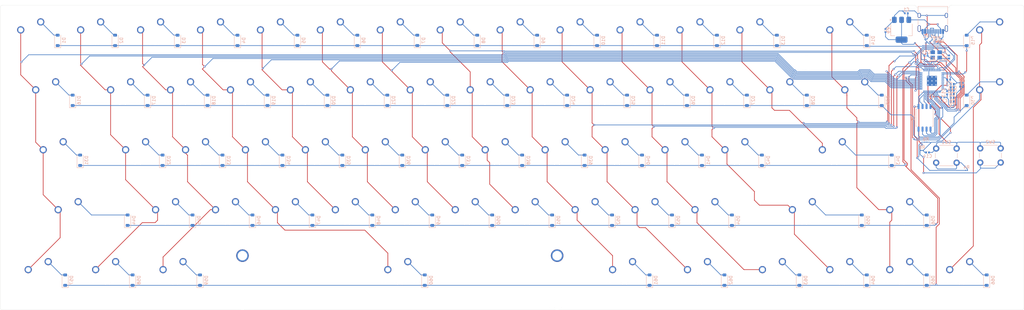
<source format=kicad_pcb>
(kicad_pcb (version 20240108) (generator "pcbnew") (generator_version "8.0")
  (title_block (title "beton brut") (date "2024-06-02") (rev "1.0") (company "Noah Tanner") (comment 1 "https://github.com/tanno1") (comment 2 "noahetanner@gmail.com"))
  (layers (0 "F.Cu" signal) (31 "B.Cu" signal) (34 "B.Paste" user) (35 "F.Paste" user) (36 "B.SilkS" user "B.Silkscreen") (37 "F.SilkS" user "F.Silkscreen") (38 "B.Mask" user) (39 "F.Mask" user) (44 "Edge.Cuts" user))
  (net 0 "")
  (net 1 "GND")
  (net 2 "Net-(U1-VI)")
  (net 3 "Net-(U3-VREG_VOUT)")
  (net 4 "Net-(U3-XIN)")
  (net 5 "Net-(C16-Pad2)")
  (net 6 "ROW_1")
  (net 7 "Net-(D1-A)")
  (net 8 "Net-(D2-A)")
  (net 9 "Net-(D3-A)")
  (net 10 "Net-(D4-A)")
  (net 11 "Net-(D5-A)")
  (net 12 "Net-(D6-A)")
  (net 13 "Net-(D7-A)")
  (net 14 "Net-(D8-A)")
  (net 15 "Net-(D9-A)")
  (net 16 "Net-(D10-A)")
  (net 17 "Net-(D11-A)")
  (net 18 "Net-(D12-A)")
  (net 19 "Net-(D13-A)")
  (net 20 "Net-(D14-A)")
  (net 21 "Net-(D15-A)")
  (net 22 "Net-(D16-A)")
  (net 23 "Net-(D17-A)")
  (net 24 "Net-(D18-A)")
  (net 25 "Net-(D19-A)")
  (net 26 "Net-(D20-A)")
  (net 27 "Net-(D21-A)")
  (net 28 "Net-(D22-A)")
  (net 29 "Net-(D23-A)")
  (net 30 "Net-(D24-A)")
  (net 31 "Net-(D25-A)")
  (net 32 "Net-(D26-A)")
  (net 33 "Net-(D27-A)")
  (net 34 "Net-(D28-A)")
  (net 35 "Net-(D29-A)")
  (net 36 "Net-(D31-A)")
  (net 37 "Net-(D32-A)")
  (net 38 "Net-(D33-A)")
  (net 39 "Net-(D34-A)")
  (net 40 "Net-(D35-A)")
  (net 41 "Net-(D36-A)")
  (net 42 "Net-(D37-A)")
  (net 43 "Net-(D38-A)")
  (net 44 "Net-(D39-A)")
  (net 45 "Net-(D40-A)")
  (net 46 "Net-(D41-A)")
  (net 47 "Net-(D42-A)")
  (net 48 "Net-(D43-A)")
  (net 49 "Net-(D44-A)")
  (net 50 "Net-(D45-A)")
  (net 51 "Net-(D46-A)")
  (net 52 "Net-(D47-A)")
  (net 53 "Net-(D48-A)")
  (net 54 "Net-(D49-A)")
  (net 55 "Net-(D50-A)")
  (net 56 "Net-(D51-A)")
  (net 57 "Net-(D52-A)")
  (net 58 "Net-(D53-A)")
  (net 59 "Net-(D54-A)")
  (net 60 "Net-(D55-A)")
  (net 61 "Net-(D56-A)")
  (net 62 "Net-(D57-A)")
  (net 63 "Net-(D58-A)")
  (net 64 "Net-(D59-A)")
  (net 65 "Net-(D60-A)")
  (net 66 "Net-(D61-A)")
  (net 67 "Net-(D62-A)")
  (net 68 "Net-(D63-A)")
  (net 69 "Net-(D64-A)")
  (net 70 "Net-(D65-A)")
  (net 71 "Net-(D66-A)")
  (net 72 "USB_D-")
  (net 73 "USB_D+")
  (net 74 "Net-(J1-CC1)")
  (net 75 "Net-(J1-CC2)")
  (net 76 "COL_1")
  (net 77 "COL_2")
  (net 78 "COL_3")
  (net 79 "COL_4")
  (net 80 "COL_5")
  (net 81 "COL_6")
  (net 82 "COL_7")
  (net 83 "COL_8")
  (net 84 "COL_9")
  (net 85 "COL_10")
  (net 86 "COL_11")
  (net 87 "COL_12")
  (net 88 "COL_13")
  (net 89 "COL_14")
  (net 90 "COL_15")
  (net 91 "Net-(U3-USB_DP)")
  (net 92 "Net-(R4-Pad1)")
  (net 93 "Net-(U2-~{CS})")
  (net 94 "Net-(U3-USB_DM)")
  (net 95 "Net-(U3-XOUT)")
  (net 96 "Net-(U3-RUN)")
  (net 97 "Net-(U2-IO2)")
  (net 98 "Net-(U2-DI(IO0))")
  (net 99 "Net-(U2-IO3)")
  (net 100 "Net-(U2-DO(IO1))")
  (net 101 "Net-(U2-CLK)")
  (net 102 "ROW_5")
  (net 106 "ROW_3")
  (net 109 "ROW_4")
  (net 117 "3v3")
  (net 118 "Net-(D30-A)")
  (net 119 "ROW_2")
  (footprint "PCM_marbastlib-mx:SW_MX_1u" (layer "F.Cu") (at 247.703965 96.897866)
    (property "Reference" "MX11" (hide yes))
    (property "Value" "MX_SW_solder")
  )
  (footprint "PCM_marbastlib-mx:SW_MX_1u" (layer "F.Cu") (at 104.828965 115.947866)
    (property "Reference" "MX18" (hide yes))
    (property "Value" "MX_SW_solder")
  )
  (footprint "PCM_marbastlib-mx:SW_MX_1u" (layer "F.Cu") (at 190.553965 96.897866)
    (property "Reference" "MX8" (hide yes))
    (property "Value" "MX_SW_solder")
  )
  (footprint "PCM_marbastlib-mx:SW_MX_1u" (layer "F.Cu") (at 333.428965 173.097866)
    (property "Reference" "MX65" (hide yes))
    (property "Value" "MX_SW_solder")
  )
  (footprint "PCM_marbastlib-mx:STAB_MX_2u" (layer "F.Cu") (at 314.378965 96.897866)
    (property "Reference" "S1" (hide yes))
    (property "Value" "MX_stab")
  )
  (footprint "PCM_marbastlib-mx:SW_MX_1.5u" (layer "F.Cu") (at 319.141465 115.947866)
    (property "Reference" "MX29" (hide yes))
    (property "Value" "MX_SW_solder")
  )
  (footprint "PCM_marbastlib-mx:SW_MX_1u" (layer "F.Cu") (at 314.378965 96.897866)
    (property "Reference" "MX14" (hide yes))
    (property "Value" "MX_SW_solder")
  )
  (footprint "PCM_marbastlib-mx:SW_MX_1u" (layer "F.Cu") (at 311.997715 134.997866)
    (property "Reference" "MX43" (hide yes))
    (property "Value" "MX_SW_solder")
  )
  (footprint "PCM_marbastlib-mx:SW_MX_1u" (layer "F.Cu") (at 157.216465 154.047866)
    (property "Reference" "MX48" (hide yes))
    (property "Value" "MX_SW_solder")
  )
  (footprint "PCM_marbastlib-mx:STAB_MX_2.25u" (layer "F.Cu") (at 302.472715 154.047866)
    (property "Reference" "S4" (hide yes))
    (property "Value" "MX_stab")
  )
  (footprint "PCM_marbastlib-mx:SW_MX_1u" (layer "F.Cu") (at 362.003965 96.897866)
    (property "Reference" "MX15" (hide yes))
    (property "Value" "MX_SW_solder")
  )
  (footprint "PCM_marbastlib-mx:SW_MX_1u" (layer "F.Cu") (at 176.266465 154.047866)
    (property "Reference" "MX49" (hide yes))
    (property "Value" "MX_SW_solder")
  )
  (footprint "PCM_marbastlib-mx:SW_MX_1.25u" (layer "F.Cu") (at 102.447715 173.097866)
    (property "Reference" "MX59" (hide yes))
    (property "Value" "MX_SW_solder")
  )
  (footprint "PCM_marbastlib-mx:SW_MX_1u" (layer "F.Cu") (at 95.303965 96.897866)
    (property "Reference" "MX3" (hide yes))
    (property "Value" "MX_SW_solder")
  )
  (footprint "PCM_marbastlib-mx:STAB_MX_P_6.25u" (layer "F.Cu") (at 173.885215 173.097866)
    (property "Reference" "S5" (hide yes))
    (property "Value" "MX_stab")
  )
  (footprint "PCM_marbastlib-mx:SW_MX_1u" (layer "F.Cu") (at 302.472715 154.047866)
    (property "Reference" "MX55" (hide yes))
    (property "Value" "MX_SW_solder")
  )
  (footprint "PCM_marbastlib-mx:SW_MX_1u" (layer "F.Cu") (at 276.278965 115.947866)
    (property "Reference" "MX27" (hide yes))
    (property "Value" "MX_SW_solder")
  )
  (footprint "PCM_marbastlib-mx:SW_MX_1u" (layer "F.Cu") (at 195.316465 154.047866)
    (property "Reference" "MX50" (hide yes))
    (property "Value" "MX_SW_solder")
  )
  (footprint "PCM_marbastlib-mx:SW_MX_1u" (layer "F.Cu") (at 238.178965 115.947866)
    (property "Reference" "MX25" (hide yes))
    (property "Value" "MX_SW_solder")
  )
  (footprint "PCM_marbastlib-mx:SW_MX_1u" (layer "F.Cu") (at 171.503965 96.897866)
    (property "Reference" "MX7" (hide yes))
    (property "Value" "MX_SW_solder")
  )
  (footprint "PCM_marbastlib-mx:SW_MX_1.25u" (layer "F.Cu") (at 245.322715 173.097866)
    (property "Reference" "MX61" (hide yes))
    (property "Value" "MX_SW_solder")
  )
  (footprint "PCM_marbastlib-mx:SW_MX_1u" (layer "F.Cu") (at 166.741465 134.997866)
    (property "Reference" "MX36" (hide yes))
    (property "Value" "MX_SW_solder")
  )
  (footprint "PCM_marbastlib-mx:SW_MX_1u" (layer "F.Cu") (at 57.203965 96.897866)
    (property "Reference" "MX1" (hide yes))
    (property "Value" "MX_SW_solder")
  )
  (footprint "PCM_marbastlib-mx:SW_MX_1u" (layer "F.Cu") (at 147.691465 134.997866)
    (property "Reference" "MX35" (hide yes))
    (property "Value" "MX_SW_solder")
  )
  (footprint "PCM_marbastlib-mx:SW_MX_1u" (layer "F.Cu") (at 233.416465 154.047866)
    (property "Reference" "MX52" (hide yes))
    (property "Value" "MX_SW_solder")
  )
  (footprint "PCM_marbastlib-mx:STAB_MX_2.25u" (layer "F.Cu") (at 311.997715 134.997866)
    (property "Reference" "S2" (hide yes))
    (property "Value" "MX_stab")
  )
  (footprint "PCM_marbastlib-mx:SW_MX_1u" (layer "F.Cu") (at 142.928965 115.947866)
    (property "Reference" "MX20" (hide yes))
    (property "Value" "MX_SW_solder")
  )
  (footprint "PCM_marbastlib-mx:SW_MX_1.75u" (layer "F.Cu") (at 64.347715 134.997866)
    (property "Reference" "MX31" (hide yes))
    (property "Value" "MX_SW_solder")
  )
  (footprint "PCM_marbastlib-mx:SW_MX_1u" (layer "F.Cu") (at 114.353965 96.897866)
    (property "Reference" "MX4" (hide yes))
    (property "Value" "MX_SW_solder")
  )
  (footprint "PCM_marbastlib-mx:SW_MX_1u" (layer "F.Cu") (at 123.878965 115.947866)
    (property "Reference" "MX19" (hide yes))
    (property "Value" "MX_SW_solder")
  )
  (footprint "PCM_marbastlib-mx:SW_MX_1u" (layer "F.Cu") (at 128.641465 134.997866)
    (property "Reference" "MX34" (hide yes))
    (property "Value" "MX_SW_solder")
  )
  (footprint "PCM_marbastlib-mx:SW_MX_1u" (layer "F.Cu") (at 119.116465 154.047866)
    (property "Reference" "MX46" (hide yes))
    (property "Value" "MX_SW_solder")
  )
  (footprint "PCM_marbastlib-mx:SW_MX_1u" (layer "F.Cu") (at 252.466465 154.047866)
    (property "Reference" "MX53" (hide yes))
    (property "Value" "MX_SW_solder")
  )
  (footprint "PCM_marbastlib-mx:SW_MX_1.5u" (layer "F.Cu") (at 61.966465 115.947866)
    (property "Reference" "MX16" (hide yes))
    (property "Value" "MX_SW_solder")
  )
  (footprint "PCM_marbastlib-mx:SW_MX_1u" (layer "F.Cu") (at 204.841465 134.997866)
    (property "Reference" "MX38" (hide yes))
    (property "Value" "MX_SW_solder")
  )
  (footprint "PCM_marbastlib-mx:SW_MX_1u" (layer "F.Cu") (at 314.378965 173.097866)
    (property "Reference" "MX64" (hide yes))
    (property "Value" "MX_SW_solder")
  )
  (footprint "PCM_marbastlib-mx:SW_MX_1u" (layer "F.Cu") (at 261.991465 134.997866)
    (property "Reference" "MX41" (hide yes))
    (property "Value" "MX_SW_solder")
  )
  (footprint "PCM_marbastlib-mx:SW_MX_1u" (layer "F.Cu") (at 161.978965 115.947866)
    (property "Reference" "MX21" (hide yes))
    (property "Value" "MX_SW_solder")
  )
  (footprint "PCM_marbastlib-mx:SW_MX_1u" (layer "F.Cu") (at 333.428965 154.047866)
    (property "Reference" "MX56" (hide yes))
    (property "Value" "MX_SW_solder")
  )
  (footprint "PCM_marbastlib-mx:SW_MX_1u" (layer "F.Cu") (at 200.078965 115.947866)
    (property "Reference" "MX23" (hide yes))
    (property "Value" "MX_SW_solder")
  )
  (footprint "PCM_marbastlib-mx:SW_MX_1u" (layer "F.Cu") (at 214.366465 154.047866)
    (property "Reference" "MX51" (hide yes))
    (property "Value" "MX_SW_solder")
  )
  (footprint "PCM_marbastlib-mx:SW_MX_1u" (layer "F.Cu") (at 81.016465 173.097866)
    (property "Reference" "MX58" (hide yes))
    (property "Value" "MX_SW_solder")
  )
  (footprint "PCM_marbastlib-mx:SW_MX_1u" (layer "F.Cu") (at 242.941465 134.997866)
    (property "Reference" "MX40" (hide yes))
    (property "Value" "MX_SW_solder")
  )
  (footprint "PCM_marbastlib-mx:SW_MX_1u" (layer "F.Cu") (at 90.541465 134.997866)
    (property "Reference" "MX32" (hide yes))
    (property "Value" "MX_SW_solder")
  )
  (footprint "PCM_marbastlib-mx:SW_MX_1u" (layer "F.Cu") (at 133.403965 96.897866)
    (property "Reference" "MX5" (hide yes))
    (property "Value" "MX_SW_solder")
  )
  (footprint "PCM_marbastlib-mx:SW_MX_1u" (layer "F.Cu") (at 228.653965 96.897866)
    (property "Reference" "MX10" (hide yes))
    (property "Value" "MX_SW_solder")
  )
  (footprint "PCM_marbastlib-mx:SW_MX_1u" (layer "F.Cu") (at 352.478965 173.097866)
    (property "Reference" "MX66" (hide yes))
    (property "Value" "MX_SW_solder")
  )
  (footprint "PCM_marbastlib-mx:SW_MX_1u" (layer "F.Cu") (at 109.591465 134.997866)
    (property "Reference" "MX33" (hide yes))
    (property "Value" "MX_SW_solder")
  )
  (footprint "PCM_marbastlib-mx:SW_MX_1u" (layer "F.Cu") (at 69.110215 154.047866)
    (property "Reference" "MX44" (hide yes))
    (property "Value" "MX_SW_solder")
  )
  (footprint "PCM_marbastlib-mx:SW_MX_1u" (layer "F.Cu") (at 362.003965 115.947866)
    (property "Reference" "MX30" (hide yes))
    (property "Value" "MX_SW_solder")
  )
  (footprint "PCM_marbastlib-mx:SW_MX_1u" (layer "F.Cu") (at 266.753965 96.897866)
    (property "Reference" "MX12" (hide yes))
    (property "Value" "MX_SW_solder")
  )
  (footprint "PCM_marbastlib-mx:STAB_MX_2.25u" (layer "F.Cu") (at 69.110215 154.047866)
    (property "Reference" "S3" (hide yes))
    (property "Value" "MX_stab")
  )
  (footprint "PCM_marbastlib-mx:SW_MX_1.25u" (layer "F.Cu") (at 292.947715 173.097866)
    (property "Reference" "MX63" (hide yes))
    (property "Value" "MX_SW_solder")
  )
  (footprint "PCM_marbastlib-mx:SW_MX_1u" (layer "F.Cu") (at 152.453965 96.897866)
    (property "Reference" "MX6" (hide yes))
    (property "Value" "MX_SW_solder")
  )
  (footprint "PCM_marbastlib-mx:SW_MX_1u" (layer "F.Cu") (at 85.778965 115.947866)
    (property "Reference" "MX17" (hide yes))
    (property "Value" "MX_SW_solder")
  )
  (footprint "PCM_marbastlib-mx:SW_MX_1u" (layer "F.Cu") (at 271.516465 154.047866)
    (property "Reference" "MX54" (hide yes))
    (property "Value" "MX_SW_solder")
  )
  (footprint "PCM_marbastlib-mx:SW_MX_1u" (layer "F.Cu") (at 257.228965 115.947866)
    (property "Reference" "MX26" (hide yes))
    (property "Value" "MX_SW_solder")
  )
  (footprint "PCM_marbastlib-mx:SW_MX_1u" (layer "F.Cu") (at 181.028965 115.947866)
    (property "Reference" "MX22" (hide yes))
    (property "Value" "MX_SW_solder")
  )
  (footprint "PCM_marbastlib-mx:SW_MX_1u" (layer "F.Cu") (at 138.166465 154.047866)
    (property "Reference" "MX47" (hide yes))
    (property "Value" "MX_SW_solder")
  )
  (footprint "PCM_marbastlib-mx:SW_MX_1u" (layer "F.Cu") (at 285.803965 96.897866)
    (property "Reference" "MX13" (hide yes))
    (property "Value" "MX_SW_solder")
  )
  (footprint "PCM_marbastlib-mx:SW_MX_1.25u" (layer "F.Cu") (at 269.135215 173.097866)
    (property "Reference" "MX62" (hide yes))
    (property "Value" "MX_SW_solder")
  )
  (footprint "PCM_marbastlib-mx:SW_MX_1u" (layer "F.Cu") (at 173.885215 173.097866)
    (property "Reference" "MX60" (hide yes))
    (property "Value" "MX_SW_solder")
  )
  (footprint "PCM_marbastlib-mx:SW_MX_1u" (layer "F.Cu") (at 295.328965 115.947866)
    (property "Reference" "MX28" (hide yes))
    (property "Value" "MX_SW_solder")
  )
  (footprint "PCM_marbastlib-mx:SW_MX_1u" (layer "F.Cu") (at 100.066465 154.047866)
    (property "Reference" "MX45" (hide yes))
    (property "Value" "MX_SW_solder")
  )
  (footprint "PCM_marbastlib-mx:SW_MX_1u" (layer "F.Cu") (at 76.253965 96.897866)
    (property "Reference" "MX2" (hide yes))
    (property "Value" "MX_SW_solder")
  )
  (footprint "PCM_marbastlib-mx:SW_MX_1u" (layer "F.Cu") (at 219.128965 115.947866)
    (property "Reference" "MX24" (hide yes))
    (property "Value" "MX_SW_solder")
  )
  (footprint "PCM_marbastlib-mx:SW_MX_1u" (layer "F.Cu") (at 209.603965 96.897866)
    (property "Reference" "MX9" (hide yes))
    (property "Value" "MX_SW_solder")
  )
  (footprint "PCM_marbastlib-mx:SW_MX_1.25u" (layer "F.Cu") (at 59.585215 173.097866)
    (property "Reference" "MX57" (hide yes))
    (property "Value" "MX_SW_solder")
  )
  (footprint "PCM_marbastlib-mx:SW_MX_1u" (layer "F.Cu") (at 281.041465 134.997866)
    (property "Reference" "MX42" (hide yes))
    (property "Value" "MX_SW_solder")
  )
  (footprint "PCM_marbastlib-mx:SW_MX_1u" (layer "F.Cu") (at 185.791465 134.997866)
    (property "Reference" "MX37" (hide yes))
    (property "Value" "MX_SW_solder")
  )
  (footprint "PCM_marbastlib-mx:SW_MX_1u" (layer "F.Cu") (at 223.891465 134.997866)
    (property "Reference" "MX39" (hide yes))
    (property "Value" "MX_SW_solder")
  )
  (footprint "Capacitor_SMD:C_0402_1005Metric" (layer "B.Cu") (at 352.466465 111.160366 180)
    (property "Reference" "C3")
    (property "Value" "100n")
  )
  (footprint "Diode_SMD:D_SOD-123" (layer "B.Cu") (at 212.778965 135.791616 90)
    (property "Reference" "D38")
    (property "Value" "D_Small")
  )
  (footprint "Capacitor_SMD:C_0402_1005Metric" (layer "B.Cu") (at 349.486465 111.540366)
    (property "Reference" "C11")
    (property "Value" "100n")
  )
  (footprint "Diode_SMD:D_SOD-123" (layer "B.Cu") (at 165.153965 154.841616 90)
    (property "Reference" "D48")
    (property "Value" "D_Small")
  )
  (footprint "Resistor_SMD:R_01005_0402Metric" (layer "B.Cu") (at 354.027179 139.010366 180)
    (property "Reference" "R4")
    (property "Value" "1k")
  )
  (footprint "Diode_SMD:D_SOD-123" (layer "B.Cu") (at 241.353965 154.841616 90)
    (property "Reference" "D52")
    (property "Value" "D_Small")
  )
  (footprint "Capacitor_SMD:C_0402_1005Metric" (layer "B.Cu") (at 341.616465 133.310366)
    (property "Reference" "C14")
    (property "Value" "100nF")
  )
  (footprint "Diode_SMD:D_SOD-123" (layer "B.Cu") (at 354.066465 116.741616 90)
    (property "Reference" "D30")
    (property "Value" "D_Small")
  )
  (footprint "Capacitor_SMD:C_0402_1005Metric" (layer "B.Cu") (at 348.346465 110.160366)
    (property "Reference" "C5")
    (property "Value" "100n")
  )
  (footprint "Diode_SMD:D_SOD-123" (layer "B.Cu") (at 83.397715 97.691616 90)
    (property "Reference" "D2")
    (property "Value" "D_Small")
  )
  (footprint "Diode_SMD:D_SOD-123" (layer "B.Cu") (at 322.316465 173.891616 90)
    (property "Reference" "D64")
    (property "Value" "D_Small")
  )
  (footprint "Diode_SMD:D_SOD-123" (layer "B.Cu") (at 110.385215 173.891616 90)
    (property "Reference" "D59")
    (property "Value" "D_Small")
  )
  (footprint "Diode_SMD:D_SOD-123" (layer "B.Cu") (at 72.285215 135.791616 90)
    (property "Reference" "D31")
    (property "Value" "D_Small")
  )
  (footprint "Diode_SMD:D_SOD-123" (layer "B.Cu") (at 150.866465 116.741616 90)
    (property "Reference" "D20")
    (property "Value" "D_Small")
  )
  (footprint "Diode_SMD:D_SOD-123" (layer "B.Cu") (at 67.522715 173.891616 90)
    (property "Reference" "D57")
    (property "Value" "D_Small")
  )
  (footprint "Resistor_SMD:R_01005_0402Metric" (layer "B.Cu") (at 344.366465 97.191317 90)
    (property "Reference" "R3")
    (property "Value" "27.4")
  )
  (footprint "Diode_SMD:D_SOD-123" (layer "B.Cu") (at 269.928965 135.791616 90)
    (property "Reference" "D41")
    (property "Value" "D_Small")
  )
  (footprint "Diode_SMD:D_SOD-123" (layer "B.Cu") (at 198.491465 97.691616 90)
    (property "Reference" "D8")
    (property "Value" "D_Small")
  )
  (footprint "Diode_SMD:D_SOD-123" (layer "B.Cu") (at 69.903965 116.741616 90)
    (property "Reference" "D16")
    (property "Value" "D_Small")
  )
  (footprint "Diode_SMD:D_SOD-123" (layer "B.Cu") (at 322.316465 97.691616 90)
    (property "Reference" "D14")
    (property "Value" "D_Small")
  )
  (footprint "Diode_SMD:D_SOD-123" (layer "B.Cu") (at 160.391465 97.691616 90)
    (property "Reference" "D6")
    (property "Value" "D_Small")
  )
  (footprint "Capacitor_SMD:C_0402_1005Metric" (layer "B.Cu") (at 349.486465 114.760366)
    (property "Reference" "C7")
    (property "Value" "100n")
  )
  (footprint "Diode_SMD:D_SOD-123" (layer "B.Cu") (at 65.141465 97.691616 90)
    (property "Reference" "D1")
    (property "Value" "D_Small")
  )
  (footprint "Diode_SMD:D_SOD-123" (layer "B.Cu") (at 122.291465 97.691616 90)
    (property "Reference" "D4")
    (property "Value" "D_Small")
  )
  (footprint "Diode_SMD:D_SOD-123" (layer "B.Cu") (at 232.622715 135.791616 90)
    (property "Reference" "D39")
    (property "Value" "D_Small")
  )
  (footprint "Diode_SMD:D_SOD-123" (layer "B.Cu") (at 155.628965 135.791616 90)
    (property "Reference" "D35")
    (property "Value" "D_Small")
  )
  (footprint "Crystal:Crystal_SMD_Abracon_ABM8G-4Pin_3.2x2.5mm" (layer "B.Cu") (at 344.366465 102.310366 180)
    (property "Reference" "Y1")
    (property "Value" "ABM8-272-T3")
  )
  (footprint "Capacitor_SMD:C_0402_1005Metric" (layer "B.Cu") (at 346.466465 115.760366)
    (property "Reference" "C12")
    (property "Value" "1u")
  )
  (footprint "Diode_SMD:D_SOD-123" (layer "B.Cu") (at 93.716465 116.741616 90)
    (property "Reference" "D17")
    (property "Value" "D_Small")
  )
  (footprint "Diode_SMD:D_SOD-123" (layer "B.Cu") (at 193.728965 135.791616 90)
    (property "Reference" "D37")
    (property "Value" "D_Small")
  )
  (footprint "Diode_SMD:D_SOD-123" (layer "B.Cu") (at 188.966465 116.741616 90)
    (property "Reference" "D22")
    (property "Value" "D_Small")
  )
  (footprint "Diode_SMD:D_SOD-123" (layer "B.Cu") (at 330.253965 135.791616 90)
    (property "Reference" "D43")
    (property "Value" "D_Small")
  )
  (footprint "Capacitor_SMD:C_0402_1005Metric" (layer "B.Cu") (at 349.486465 115.960366)
    (property "Reference" "C8")
    (property "Value" "100n")
  )
  (footprint "Diode_SMD:D_SOD-123" (layer "B.Cu") (at 327.078965 116.741616 90)
    (property "Reference" "D29")
    (property "Value" "D_Small")
  )
  (footprint "Diode_SMD:D_SOD-123" (layer "B.Cu") (at 300.885215 173.891616 90)
    (property "Reference" "D63")
    (property "Value" "D_Small")
  )
  (footprint "Resistor_SMD:R_01005_0402Metric" (layer "B.Cu") (at 341.116465 97.310366 180)
    (property "Reference" "R1")
    (property "Value" "5.1k")
  )
  (footprint "Diode_SMD:D_SOD-123" (layer "B.Cu") (at 181.822715 173.891616 90)
    (property "Reference" "D60")
    (property "Value" "D_Small")
  )
  (footprint "Diode_SMD:D_SOD-123" (layer "B.Cu") (at 222.303965 154.841616 90)
    (property "Reference" "D51")
    (property "Value" "D_Small")
  )
  (footprint "Diode_SMD:D_SOD-123" (layer "B.Cu") (at 103.241465 97.691616 90)
    (property "Reference" "D3")
    (property "Value" "D_Small")
  )
  (footprint "Diode_SMD:D_SOD-123" (layer "B.Cu") (at 87.366465 154.841616 90)
    (property "Reference" "D44")
    (property "Value" "D_Small")
  )
  (footprint "Diode_SMD:D_SOD-123" (layer "B.Cu") (at 146.103965 154.841616 90)
    (property "Reference" "D47")
    (property "Value" "D_Small")
  )
  (footprint "Capacitor_SMD:C_0402_1005Metric" (layer "B.Cu") (at 352.466465 112.410366 180)
    (property "Reference" "C4")
    (property "Value" "100n")
  )
  (footprint "Diode_SMD:D_SOD-123" (layer "B.Cu") (at 250.878965 135.791616 90)
    (property "Reference" "D40")
    (property "Value" "D_Small")
  )
  (footprint "Diode_SMD:D_SOD-123" (layer "B.Cu") (at 341.366465 154.841616 90)
    (property "Reference" "D56")
    (property "Value" "D_Small")
  )
  (footprint "Capacitor_SMD:C_0402_1005Metric" (layer "B.Cu") (at 341.136465 102.560366 180)
    (property "Reference" "C15")
    (property "Value" "15p")
  )
  (footprint "Capacitor_SMD:C_0402_1005Metric" (layer "B.Cu") (at 349.486465 117.160366)
    (property "Reference" "C9")
    (property "Value" "100n")
  )
  (footprint "Diode_SMD:D_SOD-123" (layer "B.Cu") (at 279.453965 154.841616 90)
    (property "Reference" "D54")
    (property "Value" "D_Small")
  )
  (footprint "Diode_SMD:D_SOD-123" (layer "B.Cu") (at 184.203965 154.841616 90)
    (property "Reference" "D49")
    (property "Value" "D_Small")
  )
  (footprint "Diode_SMD:D_SOD-123" (layer "B.Cu") (at 246.116465 116.741616 90)
    (property "Reference" "D25")
    (property "Value" "D_Small")
  )
  (footprint "Diode_SMD:D_SOD-123" (layer "B.Cu") (at 169.916465 116.741616 90)
    (property "Reference" "D21")
    (property "Value" "D_Small")
  )
  (footprint "Capacitor_SMD:C_0402_1005Metric" (layer "B.Cu") (at 334.866465 89.060366 180)
    (property "Reference" "C1")
    (property "Value" "10u")
  )
  (footprint "Capacitor_SMD:C_0402_1005Metric" (layer "B.Cu") (at 349.486465 112.640366)
    (property "Reference" "C10")
    (property "Value" "100n")
  )
  (footprint "Diode_SMD:D_SOD-123" (layer "B.Cu") (at 303.266465 116.741616 90)
    (property "Reference" "D28")
    (property "Value" "D_Small")
  )
  (footprint "Diode_SMD:D_SOD-123" (layer "B.Cu") (at 227.066465 116.741616 90)
    (property "Reference" "D24")
    (property "Value" "D_Small")
  )
  (footprint "Capacitor_SMD:C_0402_1005Metric" (layer "B.Cu") (at 328.266465 94.560366 90)
    (property "Reference" "C2")
    (property "Value" "10u")
  )
  (footprint "RP2040_minimal_r2:RP2040-QFN-56" (layer "B.Cu") (at 343.028965 110.560366)
    (property "Reference" "U3")
    (property "Value" "RP2040")
  )
  (footprint "Diode_SMD:D_SOD-123" (layer "B.Cu") (at 260.403965 154.841616 90)
    (property "Reference" "D53")
    (property "Value" "D_Small")
  )
  (footprint "Resistor_SMD:R_01005_0402Metric" (layer "B.Cu") (at 343.116465 97.19469 90)
    (property "Reference" "R5")
    (property "Value" "27.4")
  )
  (footprint "Resistor_SMD:R_01005_0402Metric" (layer "B.Cu") (at 345.866465 97.060366)
    (property "Reference" "R2")
    (property "Value" "5.1k")
  )
  (footprint "Diode_SMD:D_SOD-123" (layer "B.Cu") (at 265.166465 116.741616 90)
    (property "Reference" "D26")
    (property "Value" "D_Small")
  )
  (footprint "Diode_SMD:D_SOD-123" (layer "B.Cu") (at 108.003965 154.841616 90)
    (property "Reference" "D45")
    (property "Value" "D_Small")
  )
  (footprint "Diode_SMD:D_SOD-123" (layer "B.Cu") (at 320.728965 154.841616 90)
    (property "Reference" "D55")
    (property "Value" "D_Small")
  )
  (footprint "Diode_SMD:D_SOD-123" (layer "B.Cu") (at 117.528965 135.791616 90)
    (property "Reference" "D33")
    (property "Value" "D_Small")
  )
  (footprint "Button_Switch_THT:SW_PUSH_6mm" (layer "B.Cu") (at 364.866465 132.010366 180)
    (property "Reference" "SW2")
    (property "Value" "SW_Push")
  )
  (footprint "Capacitor_SMD:C_0402_1005Metric" (layer "B.Cu") (at 347.866465 114.360366 -90)
    (property "Reference" "C13")
    (property "Value" "1u")
  )
  (footprint "Diode_SMD:D_SOD-123" (layer "B.Cu") (at 217.541465 97.691616 90)
    (property "Reference" "D9")
    (property "Value" "D_Small")
  )
  (footprint "Resistor_SMD:R_01005_0402Metric" (layer "B.Cu") (at 339.866465 132.660366 180)
    (property "Reference" "R8")
    (property "Value" "10k")
  )
  (footprint "Diode_SMD:D_SOD-123" (layer "B.Cu") (at 341.366465 173.891616 90)
    (property "Reference" "D65")
    (property "Value" "D_Small")
  )
  (footprint "Diode_SMD:D_SOD-123" (layer "B.Cu") (at 98.478965 135.791616 90)
    (property "Reference" "D32")
    (property "Value" "D_Small")
  )
  (footprint "Diode_SMD:D_SOD-123" (layer "B.Cu") (at 203.253965 154.841616 90)
    (property "Reference" "D50")
    (property "Value" "D_Small")
  )
  (footprint "Diode_SMD:D_SOD-123" (layer "B.Cu") (at 360.416465 173.891616 90)
    (property "Reference" "D66")
    (property "Value" "D_Small")
  )
  (footprint "Diode_SMD:D_SOD-123" (layer "B.Cu") (at 354.066465 97.691616 90)
    (property "Reference" "D15")
    (property "Value" "D_Small")
  )
  (footprint "Diode_SMD:D_SOD-123" (layer "B.Cu") (at 284.216465 116.741616 90)
    (property "Reference" "D27")
    (property "Value" "D_Small")
  )
  (footprint "Diode_SMD:D_SOD-123" (layer "B.Cu") (at 179.441465 97.691616 90)
    (property "Reference" "D7")
    (property "Value" "D_Small")
  )
  (footprint "Button_Switch_THT:SW_PUSH_6mm" (layer "B.Cu") (at 350.866465 132.060366 180)
    (property "Reference" "SW1")
    (property "Value" "SW_Push")
  )
  (footprint "Diode_SMD:D_SOD-123" (layer "B.Cu") (at 236.591465 97.691616 90)
    (property "Reference" "D10")
    (property "Value" "D_Small")
  )
  (footprint "Capacitor_SMD:C_0402_1005Metric" (layer "B.Cu") (at 348.466465 102.960366 -90)
    (property "Reference" "C16")
    (property "Value" "15p")
  )
  (footprint "Diode_SMD:D_SOD-123" (layer "B.Cu") (at 112.766465 116.741616 90)
    (property "Reference" "D18")
    (property "Value" "D_Small")
  )
  (footprint "Diode_SMD:D_SOD-123" (layer "B.Cu") (at 253.260215 173.891616 90)
    (property "Reference" "D61")
    (property "Value" "D_Small")
  )
  (footprint "Diode_SMD:D_SOD-123" (layer "B.Cu") (at 136.578965 135.791616 90)
    (property "Reference" "D34")
    (property "Value" "D_Small")
  )
  (footprint "Package_TO_SOT_SMD:SOT-223-3_TabPin2" (layer "B.Cu") (at 333.366465 94.310366 -90)
    (property "Reference" "U1")
    (property "Value" "NCP1117-3.3_SOT223")
  )
  (footprint "Diode_SMD:D_SOD-123" (layer "B.Cu") (at 208.016465 116.741616 90)
    (property "Reference" "D23")
    (property "Value" "D_Small")
  )
  (footprint "Diode_SMD:D_SOD-123" (layer "B.Cu") (at 88.953965 173.891616 90)
    (property "Reference" "D58")
    (property "Value" "D_Small")
  )
  (footprint "Diode_SMD:D_SOD-123" (layer "B.Cu") (at 174.678965 135.791616 90)
    (property "Reference" "D36")
    (property "Value" "D_Small")
  )
  (footprint "Diode_SMD:D_SOD-123" (layer "B.Cu") (at 277.072715 173.891616 90)
    (property "Reference" "D62")
    (property "Value" "D_Small")
  )
  (footprint "Diode_SMD:D_SOD-123" (layer "B.Cu") (at 127.053965 154.841616 90)
    (property "Reference" "D46")
    (property "Value" "D_Small")
  )
  (footprint "Package_SO:SOIC-8_5.23x5.23mm_P1.27mm" (layer "B.Cu") (at 340.666465 122.310366 -90)
    (property "Reference" "U2")
    (property "Value" "W25Q128JVS")
  )
  (footprint "Diode_SMD:D_SOD-123" (layer "B.Cu") (at 255.641465 97.691616 90)
    (property "Reference" "D11")
    (property "Value" "D_Small")
  )
  (footprint "Diode_SMD:D_SOD-123" (layer "B.Cu") (at 131.816465 116.741616 90)
    (property "Reference" "D19")
    (property "Value" "D_Small")
  )
  (footprint "Diode_SMD:D_SOD-123" (layer "B.Cu") (at 141.341465 97.691616 90)
    (property "Reference" "D5")
    (property "Value" "D_Small")
  )
  (footprint "Resistor_SMD:R_01005_0402Metric" (layer "B.Cu") (at 341.091465 130.060366 180)
    (property "Reference" "R6")
    (property "Value" "10k")
  )
  (footprint "Diode_SMD:D_SOD-123" (layer "B.Cu") (at 293.741465 97.691616 90)
    (property "Reference" "D13")
    (property "Value" "D_Small")
  )
  (footprint "Resistor_SMD:R_01005_0402Metric" (layer "B.Cu") (at 343.116465 104.560366 180)
    (property "Reference" "R7")
    (property "Value" "1k")
  )
  (footprint "Diode_SMD:D_SOD-123" (layer "B.Cu") (at 288.978965 135.791616 90)
    (property "Reference" "D42")
    (property "Value" "D_Small")
  )
  (footprint "Connector_USB:USB_C_Receptacle_HRO_TYPE-C-31-M-12" (layer "B.Cu") (at 343.305215 90.804116)
    (property "Reference" "J1")
    (property "Value" "USB_C_Receptacle_USB2.0_14P")
  )
  (footprint "Diode_SMD:D_SOD-123" (layer "B.Cu") (at 274.691465 97.691616 90)
    (property "Reference" "D12")
    (property "Value" "D_Small")
  )
  (footprint "Capacitor_SMD:C_0402_1005Metric" (layer "B.Cu") (at 349.486465 113.560366)
    (property "Reference" "C6")
    (property "Value" "100n")
  )
  (gr_line (start 371.475 183.35625) (end 362.74375 183.35625) (stroke (width 0.05)) (layer "Edge.Cuts"))
  (gr_line (start 372.26875 126.20625) (end 372.26875 182.5625) (stroke (width 0.05)) (layer "Edge.Cuts"))
  (gr_arc (start 371.475 86.51875) (mid 372.036266 86.751234) (end 372.26875 87.3125) (stroke (width 0.05)) (layer "Edge.Cuts"))
  (gr_line (start 46.83125 87.3125) (end 46.83125 182.5625) (stroke (width 0.05)) (layer "Edge.Cuts"))
  (gr_arc (start 348.45625 87.3125) (mid 348.688734 86.751234) (end 349.25 86.51875) (stroke (width 0.05)) (layer "Edge.Cuts"))
  (gr_line (start 338.1375 87.3125) (end 348.45625 87.3125) (stroke (width 0.05)) (layer "Edge.Cuts"))
  (gr_arc (start 337.34375 86.51875) (mid 337.905016 86.751234) (end 338.1375 87.3125) (stroke (width 0.05)) (layer "Edge.Cuts"))
  (gr_line (start 372.26875 87.3125) (end 372.26875 126.20625) (stroke (width 0.05)) (layer "Edge.Cuts"))
  (gr_arc (start 47.625 183.35625) (mid 47.063734 183.123766) (end 46.83125 182.5625) (stroke (width 0.05)) (layer "Edge.Cuts"))
  (gr_arc (start 46.83125 87.3125) (mid 47.063734 86.751234) (end 47.625 86.51875) (stroke (width 0.05)) (layer "Edge.Cuts"))
  (gr_line (start 337.34375 86.51875) (end 47.625 86.51875) (stroke (width 0.05)) (layer "Edge.Cuts"))
  (gr_line (start 47.625 183.35625) (end 362.74375 183.35625) (stroke (width 0.05)) (layer "Edge.Cuts"))
  (gr_line (start 349.25 86.51875) (end 371.475 86.51875) (stroke (width 0.05)) (layer "Edge.Cuts"))
  (gr_line (start 348.45625 87.3125) (end 348.45625 87.3125) (stroke (width 0.05)) (layer "Edge.Cuts"))
  (gr_arc (start 372.26875 182.5625) (mid 372.036266 183.123766) (end 371.475 183.35625) (stroke (width 0.05)) (layer "Edge.Cuts"))
  (segment (start 340.616465 96.310366) (end 341.516465 95.410366) (width 0.2) (layer "F.Cu") (net 1))
  (segment (start 340.666465 104.410366) (end 340.666465 102.260366) (width 0.2) (layer "F.Cu") (net 1))
  (segment (start 341.116465 101.310366) (end 341.116465 98.560366) (width 0.2) (layer "F.Cu") (net 1))
  (segment (start 345.217936 104.760366) (end 345.866465 104.760366) (width 0.2) (layer "F.Cu") (net 1))
  (segment (start 344.066465 121.160366) (end 345.266465 122.360366) (width 0.2) (layer "F.Cu") (net 1))
  (segment (start 344.066465 119.660366) (end 341.753965 117.347866) (width 0.2) (layer "F.Cu") (net 1))
  (segment (start 345.866465 104.760366) (end 348.866465 107.760366) (width 0.2) (layer "F.Cu") (net 1))
  (segment (start 345.266465 122.360366) (end 345.266465 127.460366) (width 0.2) (layer "F.Cu") (net 1))
  (segment (start 340.666465 102.260366) (end 341.366465 101.560366) (width 0.2) (layer "F.Cu") (net 1))
  (segment (start 344.867936 104.410366) (end 345.217936 104.760366) (width 0.2) (layer "F.Cu") (net 1))
  (segment (start 347.165754 100.359655) (end 345.616465 98.810366) (width 0.2) (layer "F.Cu") (net 1))
  (segment (start 345.266465 127.460366) (end 347.866465 130.060366) (width 0.2) (layer "F.Cu") (net 1))
  (segment (start 347.165754 101.545646) (end 347.165754 100.359655) (width 0.2) (layer "F.Cu") (net 1))
  (segment (start 341.516465 95.410366) (end 341.516465 89.960366) (width 0.2) (layer "F.Cu") (net 1))
  (segment (start 348.866465 107.760366) (end 348.866465 109.060366) (width 0.2) (layer "F.Cu") (net 1))
  (segment (start 341.516465 89.960366) (end 341.366465 89.810366) (width 0.2) (layer "F.Cu") (net 1))
  (segment (start 340.666465 104.410366) (end 344.867936 104.410366) (width 0.2) (layer "F.Cu") (net 1))
  (segment (start 344.066465 121.160366) (end 344.066465 119.660366) (width 0.2) (layer "F.Cu") (net 1))
  (segment (start 341.753965 117.347866) (end 341.753965 111.835366) (width 0.2) (layer "F.Cu") (net 1))
  (segment (start 341.366465 101.560366) (end 341.116465 101.310366) (width 0.2) (layer "F.Cu") (net 1))
  (via (at 341.366465 89.810366) (size 0.6) (drill 0.3) (layers "F.Cu" "B.Cu") (net 1))
  (via (at 340.616465 96.310366) (size 0.6) (drill 0.3) (layers "F.Cu" "B.Cu") (net 1))
  (via (at 341.366465 101.560366) (size 0.6) (drill 0.3) (layers "F.Cu" "B.Cu") (net 1))
  (via (at 348.866465 109.060366) (size 0.6) (drill 0.3) (layers "F.Cu" "B.Cu") (net 1))
  (via (at 347.866465 130.060366) (size 0.6) (drill 0.3) (layers "F.Cu" "B.Cu") (net 1))
  (via (at 344.066465 121.160366) (size 0.6) (drill 0.3) (layers "F.Cu" "B.Cu") (net 1))
  (via (at 347.165754 101.545646) (size 0.6) (drill 0.3) (layers "F.Cu" "B.Cu") (net 1))
  (via (at 345.616465 98.810366) (size 0.6) (drill 0.3) (layers "F.Cu" "B.Cu") (net 1))
  (via (at 340.666465 104.410366) (size 0.6) (drill 0.3) (layers "F.Cu" "B.Cu") (net 1))
  (via (at 341.116465 98.560366) (size 0.6) (drill 0.3) (layers "F.Cu" "B.Cu") (net 1))
  (segment (start 341.116465 98.560366) (end 341.50026 98.176571) (width 0.2) (layer "B.Cu") (net 1))
  (segment (start 346.555215 96.621616) (end 346.116465 97.060366) (width 0.2) (layer "B.Cu") (net 1))
  (segment (start 348.100474 102.480366) (end 347.165754 101.545646) (width 0.2) (layer "B.Cu") (net 1))
  (segment (start 340.666465 104.410366) (end 341.216465 104.410366) (width 0.2) (layer "B.Cu") (net 1))
  (segment (start 342.096465 133.310366) (end 343.116465 133.310366) (width 0.2) (layer "B.Cu") (net 1))
  (segment (start 345.466465 101.460366) (end 347.016465 101.460366) (width 0.2) (layer "B.Cu") (net 1))
  (segment (start 348.866465 109.060366) (end 348.866465 110.120366) (width 0.2) (layer "B.Cu") (net 1))
  (segment (start 347.766465 114.760366) (end 347.666465 114.860366) (width 0.2) (layer "B.Cu") (net 1))
  (segment (start 347.606465 115.760366) (end 347.866465 116.020366) (width 0.2) (layer "B.Cu") (net 1))
  (segment (start 328.266465 93.960366) (end 331.066465 91.160366) (width 0.2) (layer "B.Cu") (net 1))
  (segment (start 331.066465 91.160366) (end 331.066465 89.860366) (width 0.2) (layer "B.Cu") (net 1))
  (segment (start 351.216465 130.060366) (end 358.116465 130.060366) (width 0.2) (layer "B.Cu") (net 1))
  (segment (start 341.422715 89.754116) (end 347.625215 89.754116) (width 0.2) (layer "B.Cu") (net 1))
  (segment (start 348.466465 102.480366) (end 348.100474 102.480366) (width 0.2) (layer "B.Cu") (net 1))
  (segment (start 341.310215 89.754116) (end 338.985215 89.754116) (width 0.2) (layer "B.Cu") (net 1))
  (segment (start 342.028965 105.222866) (end 342.028965 107.122866) (width 0.2) (layer "B.Cu") (net 1))
  (segment (start 348.266465 116.420366) (end 348.266465 118.060366) (width 0.2) (layer "B.Cu") (net 1))
  (segment (start 334.366465 89.060366) (end 333.616465 88.310366) (width 0.2) (layer "B.Cu") (net 1))
  (segment (start 346.116465 97.292776) (end 346.116465 97.060366) (width 0.2) (layer "B.Cu") (net 1))
  (segment (start 341.753965 109.285366) (end 342.028965 109.010366) (width 0.2) (layer "B.Cu") (net 1))
  (segment (start 347.816465 130.110366) (end 347.866465 130.060366) (width 0.2) (layer "B.Cu") (net 1))
  (segment (start 340.616465 96.310366) (end 340.616465 96.335366) (width 0.2) (layer "B.Cu") (net 1))
  (segment (start 346.946465 115.760366) (end 347.606465 115.760366) (width 0.2) (layer "B.Cu") (net 1))
  (segment (start 347.866465 116.020366) (end 347.866465 114.840366) (width 0.2) (layer "B.Cu") (net 1))
  (segment (start 344.066465 121.160366) (end 344.266465 120.960366) (width 0.2) (layer "B.Cu") (net 1))
  (segment (start 364.866465 130.310366) (end 364.866465 132.010366) (width 0.2) (layer "B.Cu") (net 1))
  (segment (start 350.916465 130.360366) (end 350.916465 132.010366) (width 0.2) (layer "B.Cu") (net 1))
  (segment (start 344.266465 120.960366) (end 344.266465 120.160366) (width 0.2) (layer "B.Cu") (net 1))
  (segment (start 341.616465 102.560366) (end 342.216465 103.160366) (width 0.2) (layer "B.Cu") (net 1))
  (segment (start 340.866465 96.585366) (end 340.866465 97.310366) (width 0.2) (layer "B.Cu") (net 1))
  (segment (start 346.555215 94.849116) (end 346.555215 96.621616) (width 0.2) (layer "B.Cu") (net 1))
  (segment (start 340.866465 97.310366) (end 340.866465 97.542776) (width 0.2) (layer "B.Cu") (net 1))
  (segment (start 341.50026 98.176571) (end 342.134055 98.810366) (width 0.2) (layer "B.Cu") (net 1))
  (segment (start 358.366465 130.310366) (end 358.366465 132.010366) (width 0.2) (layer "B.Cu") (net 1))
  (segment (start 348.826465 109.100366) (end 348.866465 109.060366) (width 0.2) (layer "B.Cu") (net 1))
  (segment (start 331.066465 89.860366) (end 332.616465 88.310366) (width 0.2) (layer "B.Cu") (net 1))
  (segment (start 348.866465 110.120366) (end 348.826465 110.160366) (width 0.2) (layer "B.Cu") (net 1))
  (segment (start 348.266465 116.420366) (end 347.866465 116.020366) (width 0.2) (layer "B.Cu") (net 1))
  (segment (start 341.366465 89.810366) (end 341.422715 89.754116) (width 0.2) (layer "B.Cu") (net 1))
  (segment (start 358.116465 130.060366) (end 358.366465 130.310366) (width 0.2) (layer "B.Cu") (net 1))
  (segment (start 349.966465 118.260366) (end 349.966465 117.160366) (width 0.2) (layer "B.Cu") (net 1))
  (segment (start 347.916465 130.110366) (end 350.666465 130.110366) (width 0.2) (layer "B.Cu") (net 1))
  (segment (start 350.666465 130.110366) (end 350.916465 130.360366) (width 0.2) (layer "B.Cu") (net 1))
  (segment (start 341.366465 89.810366) (end 341.310215 89.754116) (width 0.2) (layer "B.Cu") (net 1))
  (segment (start 350.966465 111.160366) (end 351.986465 111.160366) (width 0.2) (layer "B.Cu") (net 1))
  (segment (start 346.555215 94.849116) (end 346.710215 94.849116) (width 0.2) (layer "B.Cu") (net 1))
  (segment (start 351.986465 112.410366) (end 351.986465 111.160366) (width 0.2) (layer "B.Cu") (net 1))
  (segment (start 349.966465 112.640366) (end 349.966465 111.540366) (width 0.2) (layer "B.Cu") (net 1))
  (segment (start 348.866465 109.060366) (end 350.966465 111.160366) (width 0.2) (layer "B.Cu") (net 1))
  (segment (start 346.710215 94.849116) (end 347.625215 93.934116) (width 0.2) (layer "B.Cu") (net 1))
  (segment (start 339.900215 94.849116) (end 338.985215 93.934116) (width 0.2) (layer "B.Cu") (net 1))
  (segment (start 350.586465 111.540366) (end 350.966465 111.160366) (width 0.2) (layer "B.Cu") (net 1))
  (segment (start 333.616465 88.310366) (end 337.541465 88.310366) (width 0.2) (layer "B.Cu") (net 1))
  (segment (start 349.966465 117.160366) (end 349.966465 112.640366) (width 0.2) (layer "B.Cu") (net 1))
  (segment (start 347.016465 101.460366) (end 347.116465 101.560366) (width 0.2) (layer "B.Cu") (net 1))
  (segment (start 332.616465 88.310366) (end 333.616465 88.310366) (width 0.2) (layer "B.Cu") (net 1))
  (segment (start 340.591465 96.310366) (end 340.616465 96.310366) (width 0.2) (layer "B.Cu") (net 1))
  (segment (start 340.866465 97.542776) (end 341.50026 98.176571) (width 0.2) (layer "B.Cu") (net 1))
  (segment (start 337.541465 88.310366) (end 338.985215 89.754116) (width 0.2) (layer "B.Cu") (net 1))
  (segment (start 349.966465 111.540366) (end 350.586465 111.540366) (width 0.2) (layer "B.Cu") (net 1))
  (segment (start 358.366465 130.310366) (end 358.616465 130.060366) (width 0.2) (layer "B.Cu") (net 1))
  (segment (start 342.134055 98.810366) (end 344.598875 98.810366) (width 0.2) (layer "B.Cu") (net 1))
  (segment (start 350.916465 130.360366) (end 351.216465 130.060366) (width 0.2) (layer "B.Cu") (net 1))
  (segment (start 334.386465 89.060366) (end 334.366465 89.060366) (width 0.2) (layer "B.Cu") (net 1))
  (segment (start 341.216465 104.410366) (end 342.028965 105.222866) (width 0.2) (layer "B.Cu") (net 1))
  (segment (start 344.266465 120.160366) (end 342.816465 118.710366) (width 0.2) (layer "B.Cu") (net 1))
  (segment (start 340.055215 95.774116) (end 340.591465 96.310366) (width 0.2) (layer "B.Cu") (net 1))
  (segment (start 341.616465 101.810366) (end 341.366465 101.560366) (width 0.2) (layer "B.Cu") (net 1))
  (segment (start 328.266465 94.080366) (end 328.266465 93.960366) (width 0.2) (layer "B.Cu") (net 1))
  (segment (start 345.616465 98.810366) (end 344.598875 98.810366) (width 0.2) (layer "B.Cu") (net 1))
  (segment (start 342.028965 109.010366) (end 342.028965 107.122866) (width 0.2) (layer "B.Cu") (net 1))
  (segment (start 344.416465 132.010366) (end 344.416465 130.610366) (width 0.2) (layer "B.Cu") (net 1))
  (segment (start 343.116465 133.310366) (end 344.366465 132.060366) (width 0.2) (layer "B.Cu") (net 1))
  (segment (start 340.055215 95.774116) (end 340.055215 94.849116) (width 0.2) (layer "B.Cu") (net 1))
  (segment (start 347.866465 130.060366) (end 347.916465 130.110366) (width 0.2) (layer "B.Cu") (net 1))
  (segment (start 348.666465 118.460366) (end 349.766465 118.460366) (width 0.2) (layer "B.Cu") (net 1))
  (segment (start 358.616465 130.060366) (end 364.616465 130.060366) (width 0.2) (layer "B.Cu") (net 1))
  (segment (start 348.266465 118.060366) (end 348.666465 118.460366) (width 0.2) (layer "B.Cu") (net 1))
  (segment (start 344.916465 130.110366) (end 347.816465 130.110366) (width 0.2) (layer "B.Cu") (net 1))
  (segment (start 349.766465 118.460366) (end 349.966465 118.260366) (width 0.2) (layer "B.Cu") (net 1))
  (segment (start 341.616465 102.560366) (end 341.616465 101.810366) (width 0.2) (layer "B.Cu") (net 1))
  (segment (start 364.616465 130.060366) (end 364.866465 130.310366) (width 0.2) (layer "B.Cu") (net 1))
  (segment (start 342.216465 103.160366) (end 343.266465 103.160366) (width 0.2) (layer "B.Cu") (net 1))
  (segment (start 344.416465 130.610366) (end 344.916465 130.110366) (width 0.2) (layer "B.Cu") (net 1))
  (segment (start 340.055215 94.849116) (end 339.900215 94.849116) (width 0.2) (layer "B.Cu") (net 1))
  (segment (start 344.598875 98.810366) (end 346.116465 97.292776) (width 0.2) (layer "B.Cu") (net 1))
  (segment (start 342.816465 118.710366) (end 342.571465 118.710366) (width 0.2) (layer "B.Cu") (net 1))
  (segment (start 340.616465 96.335366) (end 340.866465 96.585366) (width 0.2) (layer "B.Cu") (net 1))
  (segment (start 342.116465 92.560366) (end 344.866465 92.560366) (width 0.2) (layer "F.Cu") (net 2))
  (via (at 342.116465 92.560366) (size 0.6) (drill 0.3) (layers "F.Cu" "B.Cu") (net 2))
  (via (at 344.866465 92.560366) (size 0.6) (drill 0.3) (layers "F.Cu" "B.Cu") (net 2))
  (segment (start 340.716465 91.160366) (end 342.116465 92.560366) (width 0.2) (layer "B.Cu") (net 2))
  (segment (start 340.855215 93.924116) (end 340.855215 94.849116) (width 0.2) (layer "B.Cu") (net 2))
  (segment (start 342.116465 92.662866) (end 340.855215 93.924116) (width 0.2) (layer "B.Cu") (net 2))
  (segment (start 335.666465 91.160366) (end 340.716465 91.160366) (width 0.2) (layer "B.Cu") (net 2))
  (segment (start 342.116465 92.560366) (end 342.116465 92.662866) (width 0.2) (layer "B.Cu") (net 2))
  (segment (start 344.866465 92.560366) (end 344.866465 93.02996) (width 0.2) (layer "B.Cu") (net 2))
  (segment (start 345.755215 93.91871) (end 345.755215 94.849116) (width 0.2) (layer "B.Cu") (net 2))
  (segment (start 344.866465 93.02996) (end 345.755215 93.91871) (width 0.2) (layer "B.Cu") (net 2))
  (segment (start 335.346465 89.060366) (end 335.346465 90.840366) (width 0.2) (layer "B.Cu") (net 2))
  (segment (start 335.346465 90.840366) (end 335.666465 91.160366) (width 0.2) (layer "B.Cu") (net 2))
  (segment (start 352.066465 109.990267) (end 352.066465 114.228994) (width 0.2) (layer "F.Cu") (net 3))
  (segment (start 348.566465 119.060366) (end 345.066465 115.560366) (width 0.2) (layer "F.Cu") (net 3))
  (segment (start 350.500779 118.126052) (end 349.566465 119.060366) (width 0.2) (layer "F.Cu") (net 3))
  (segment (start 345.066465 115.560366) (end 343.366465 115.560366) (width 0.2) (layer "F.Cu") (net 3))
  (segment (start 347.57526 105.499062) (end 352.066465 109.990267) (width 0.2) (layer "F.Cu") (net 3))
  (segment (start 350.500779 115.79468) (end 350.500779 118.126052) (width 0.2) (layer "F.Cu") (net 3))
  (segment (start 352.066465 114.228994) (end 350.500779 115.79468) (width 0.2) (layer "F.Cu") (net 3))
  (segment (start 347.57526 104.251571) (end 347.57526 105.499062) (width 0.2) (layer "F.Cu") (net 3))
  (segment (start 349.566465 119.060366) (end 348.866465 119.060366) (width 0.2) (layer "F.Cu") (net 3))
  (segment (start 348.866465 119.060366) (end 348.566465 119.060366) (width 0.2) (layer "F.Cu") (net 3))
  (segment (start 343.366465 115.560366) (end 343.116465 115.810366) (width 0.2) (layer "F.Cu") (net 3))
  (via (at 348.866465 119.060366) (size 0.6) (drill 0.3) (layers "F.Cu" "B.Cu") (net 3))
  (via (at 347.57526 104.251571) (size 0.6) (drill 0.3) (layers "F.Cu" "B.Cu") (net 3))
  (via (at 343.116465 115.810366) (size 0.6) (drill 0.3) (layers "F.Cu" "B.Cu") (net 3))
  (segment (start 348.866465 119.060366) (end 349.866465 119.060366) (width 0.2) (layer "B.Cu") (net 3))
  (segment (start 347.57526 104.251571) (end 345.57083 104.251571) (width 0.2) (layer "B.Cu") (net 3))
  (segment (start 345.986465 115.760366) (end 345.986465 116.783308) (width 0.2) (layer "B.Cu") (net 3))
  (segment (start 344.828965 113.997866) (end 344.828965 114.891496) (width 0.2) (layer "B.Cu") (net 3))
  (segment (start 343.628965 106.193436) (end 343.628965 107.122866) (width 0.2) (layer "B.Cu") (net 3))
  (segment (start 345.57083 104.251571) (end 343.628965 106.193436) (width 0.2) (layer "B.Cu") (net 3))
  (segment (start 345.697835 115.760366) (end 345.986465 115.760366) (width 0.2) (layer "B.Cu") (net 3))
  (segment (start 352.946465 111.160366) (end 352.946465 112.410366) (width 0.2) (layer "B.Cu") (net 3))
  (segment (start 350.866465 118.060366) (end 350.866465 114.490366) (width 0.2) (layer "B.Cu") (net 3))
  (segment (start 345.986465 116.783308) (end 347.866465 118.663308) (width 0.2) (layer "B.Cu") (net 3))
  (segment (start 342.828965 115.597866) (end 343.041465 115.810366) (width 0.2) (layer "B.Cu") (net 3))
  (segment (start 348.866465 119.060366) (end 347.966465 119.060366) (width 0.2) (layer "B.Cu") (net 3))
  (segment (start 343.041465 115.810366) (end 343.116465 115.810366) (width 0.2) (layer "B.Cu") (net 3))
  (segment (start 347.866465 118.960366) (end 347.866465 118.663308) (width 0.2) (layer "B.Cu") (net 3))
  (segment (start 344.828965 114.891496) (end 345.697835 115.760366) (width 0.2) (layer "B.Cu") (net 3))
  (segment (start 347.966465 119.060366) (end 347.866465 118.960366) (width 0.2) (layer "B.Cu") (net 3))
  (segment (start 349.866465 119.060366) (end 350.866465 118.060366) (width 0.2) (layer "B.Cu") (net 3))
  (segment (start 342.828965 113.997866) (end 342.828965 115.597866) (width 0.2) (layer "B.Cu") (net 3))
  (segment (start 350.866465 114.490366) (end 352.946465 112.410366) (width 0.2) (layer "B.Cu") (net 3))
  (segment (start 342.428965 105.05718) (end 342.428965 107.122866) (width 0.2) (layer "B.Cu") (net 4))
  (segment (start 340.656465 102.560366) (end 340.616465 102.560366) (width 0.2) (layer "B.Cu") (net 4))
  (segment (start 339.616465 101.560366) (end 339.616465 103.560366) (width 0.2) (layer "B.Cu") (net 4))
  (segment (start 341.182151 103.810366) (end 342.428965 105.05718) (width 0.2) (layer "B.Cu") (net 4))
  (segment (start 339.616465 103.560366) (end 339.866465 103.810366) (width 0.2) (layer "B.Cu") (net 4))
  (segment (start 339.866465 103.810366) (end 341.182151 103.810366) (width 0.2) (layer "B.Cu") (net 4))
  (segment (start 343.366465 100.791616) (end 343.116465 100.541616) (width 0.2) (layer "B.Cu") (net 4))
  (segment (start 340.635215 100.541616) (end 339.616465 101.560366) (width 0.2) (layer "B.Cu") (net 4))
  (segment (start 340.616465 102.560366) (end 339.616465 101.560366) (width 0.2) (layer "B.Cu") (net 4))
  (segment (start 343.366465 101.360366) (end 343.366465 100.791616) (width 0.2) (layer "B.Cu") (net 4))
  (segment (start 343.266465 101.460366) (end 343.366465 101.360366) (width 0.2) (layer "B.Cu") (net 4))
  (segment (start 343.116465 100.541616) (end 340.635215 100.541616) (width 0.2) (layer "B.Cu") (net 4))
  (segment (start 344.066465 104.560366) (end 345.466465 103.160366) (width 0.2) (layer "B.Cu") (net 5))
  (segment (start 343.366465 104.560366) (end 344.066465 104.560366) (width 0.2) (layer "B.Cu") (net 5))
  (segment (start 345.746465 103.440366) (end 345.466465 103.160366) (width 0.2) (layer "B.Cu") (net 5))
  (segment (start 348.466465 103.440366) (end 345.746465 103.440366) (width 0.2) (layer "B.Cu") (net 5))
  (segment (start 354.066465 100.960366) (end 354.066465 107.360366) (width 0.2) (layer "F.Cu") (net 6))
  (segment (start 354.066465 107.360366) (end 353.616465 107.810366) (width 0.2) (layer "F.Cu") (net 6))
  (via (at 353.616465 107.810366) (size 0.6) (drill 0.3) (layers "F.Cu" "B.Cu") (net 6))
  (via (at 354.066465 100.960366) (size 0.6) (drill 0.3) (layers "F.Cu" "B.Cu") (net 6))
  (segment (start 340.118058 99.341616) (end 339.899308 99.560366) (width 0.2) (layer "B.Cu") (net 6))
  (segment (start 322.316465 99.341616) (end 322.535215 99.560366) (width 0.2) (layer "B.Cu") (net 6))
  (segment (start 354.066465 99.341616) (end 354.066465 100.960366) (width 0.2) (layer "B.Cu") (net 6))
  (segment (start 353.066465 108.360366) (end 346.466465 108.360366) (width 0.2) (layer "B.Cu") (net 6))
  (segment (start 354.066465 99.341616) (end 353.997715 99.410366) (width 0.2) (layer "B.Cu") (net 6))
  (segment (start 322.535215 99.560366) (end 339.899308 99.560366) (width 0.2) (layer "B.Cu") (net 6))
  (segment (start 343.613521 99.341616) (end 340.118058 99.341616) (width 0.2) (layer "B.Cu") (net 6))
  (segment (start 65.141465 99.341616) (end 322.316465 99.341616) (width 0.2) (layer "B.Cu") (net 6))
  (segment (start 343.682269 99.410366) (end 343.613521 99.341616) (width 0.2) (layer "B.Cu") (net 6))
  (segment (start 353.616465 107.810366) (end 353.066465 108.360366) (width 0.2) (layer "B.Cu") (net 6))
  (segment (start 353.997715 99.410366) (end 343.682269 99.410366) (width 0.2) (layer "B.Cu") (net 6))
  (segment (start 59.743965 91.817866) (end 63.967715 96.041616) (width 0.2) (layer "B.Cu") (net 7))
  (segment (start 63.967715 96.041616) (end 65.141465 96.041616) (width 0.2) (layer "B.Cu") (net 7))
  (segment (start 83.017715 96.041616) (end 83.397715 96.041616) (width 0.2) (layer "B.Cu") (net 8))
  (segment (start 78.793965 91.817866) (end 83.017715 96.041616) (width 0.2) (layer "B.Cu") (net 8))
  (segment (start 102.067715 96.041616) (end 103.241465 96.041616) (width 0.2) (layer "B.Cu") (net 9))
  (segment (start 97.843965 91.817866) (end 102.067715 96.041616) (width 0.2) (layer "B.Cu") (net 9))
  (segment (start 116.893965 91.817866) (end 121.117715 96.041616) (width 0.2) (layer "B.Cu") (net 10))
  (segment (start 121.117715 96.041616) (end 122.291465 96.041616) (width 0.2) (layer "B.Cu") (net 10))
  (segment (start 135.943965 91.817866) (end 140.167715 96.041616) (width 0.2) (layer "B.Cu") (net 11))
  (segment (start 140.167715 96.041616) (end 141.341465 96.041616) (width 0.2) (layer "B.Cu") (net 11))
  (segment (start 159.217715 96.041616) (end 160.391465 96.041616) (width 0.2) (layer "B.Cu") (net 12))
  (segment (start 154.993965 91.817866) (end 159.217715 96.041616) (width 0.2) (layer "B.Cu") (net 12))
  (segment (start 178.267715 96.041616) (end 179.441465 96.041616) (width 0.2) (layer "B.Cu") (net 13))
  (segment (start 174.043965 91.817866) (end 178.267715 96.041616) (width 0.2) (layer "B.Cu") (net 13))
  (segment (start 197.317715 96.041616) (end 198.491465 96.041616) (width 0.2) (layer "B.Cu") (net 14))
  (segment (start 193.093965 91.817866) (end 197.317715 96.041616) (width 0.2) (layer "B.Cu") (net 14))
  (segment (start 212.143965 91.817866) (end 216.367715 96.041616) (width 0.2) (layer "B.Cu") (net 15))
  (segment (start 216.367715 96.041616) (end 217.541465 96.041616) (width 0.2) (layer "B.Cu") (net 15))
  (segment (start 231.193965 91.817866) (end 235.417715 96.041616) (width 0.2) (layer "B.Cu") (net 16))
  (segment (start 235.417715 96.041616) (end 236.591465 96.041616) (width 0.2) (layer "B.Cu") (net 16))
  (segment (start 254.467715 96.041616) (end 255.641465 96.041616) (width 0.2) (layer "B.Cu") (net 17))
  (segment (start 250.243965 91.817866) (end 254.467715 96.041616) (width 0.2) (layer "B.Cu") (net 17))
  (segment (start 269.293965 91.817866) (end 273.517715 96.041616) (width 0.2) (layer "B.Cu") (net 18))
  (segment (start 273.517715 96.041616) (end 274.691465 96.041616) (width 0.2) (layer "B.Cu") (net 18))
  (segment (start 288.343965 91.817866) (end 292.567715 96.041616) (width 0.2) (layer "B.Cu") (net 19))
  (segment (start 292.567715 96.041616) (end 293.741465 96.041616) (width 0.2) (layer "B.Cu") (net 19))
  (segment (start 316.918965 91.817866) (end 321.142715 96.041616) (width 0.2) (layer "B.Cu") (net 20))
  (segment (start 321.142715 96.041616) (end 322.316465 96.041616) (width 0.2) (layer "B.Cu") (net 20))
  (segment (start 358.290215 91.817866) (end 354.066465 96.041616) (width 0.2) (layer "B.Cu") (net 21))
  (segment (start 364.543965 91.817866) (end 358.290215 91.817866) (width 0.2) (layer "B.Cu") (net 21))
  (segment (start 64.506465 110.867866) (end 68.730215 115.091616) (width 0.2) (layer "B.Cu") (net 22))
  (segment (start 68.730215 115.091616) (end 69.903965 115.091616) (width 0.2) (layer "B.Cu") (net 22))
  (segment (start 88.318965 110.867866) (end 92.542715 115.091616) (width 0.2) (layer "B.Cu") (net 23))
  (segment (start 92.542715 115.091616) (end 93.716465 115.091616) (width 0.2) (layer "B.Cu") (net 23))
  (segment (start 107.368965 110.867866) (end 111.592715 115.091616) (width 0.2) (layer "B.Cu") (net 24))
  (segment (start 111.592715 115.091616) (end 112.766465 115.091616) (width 0.2) (layer "B.Cu") (net 24))
  (segment (start 130.642715 115.091616) (end 131.816465 115.091616) (width 0.2) (layer "B.Cu") (net 25))
  (segment (start 126.418965 110.867866) (end 130.642715 115.091616) (width 0.2) (layer "B.Cu") (net 25))
  (segment (start 149.692715 115.091616) (end 150.866465 115.091616) (width 0.2) (layer "B.Cu") (net 26))
  (segment (start 145.468965 110.867866) (end 149.692715 115.091616) (width 0.2) (layer "B.Cu") (net 26))
  (segment (start 164.518965 110.867866) (end 168.742715 115.091616) (width 0.2) (layer "B.Cu") (net 27))
  (segment (start 168.742715 115.091616) (end 169.916465 115.091616) (width 0.2) (layer "B.Cu") (net 27))
  (segment (start 187.792715 115.091616) (end 188.966465 115.091616) (width 0.2) (layer "B.Cu") (net 28))
  (segment (start 183.568965 110.867866) (end 187.792715 115.091616) (width 0.2) (layer "B.Cu") (net 28))
  (segment (start 206.842715 115.091616) (end 208.016465 115.091616) (width 0.2) (layer "B.Cu") (net 29))
  (segment (start 202.618965 110.867866) (end 206.842715 115.091616) (width 0.2) (layer "B.Cu") (net 29))
  (segment (start 225.892715 115.091616) (end 227.066465 115.091616) (width 0.2) (layer "B.Cu") (net 30))
  (segment (start 221.668965 110.867866) (end 225.892715 115.091616) (width 0.2) (layer "B.Cu") (net 30))
  (segment (start 244.942715 115.091616) (end 246.116465 115.091616) (width 0.2) (layer "B.Cu") (net 31))
  (segment (start 240.718965 110.867866) (end 244.942715 115.091616) (width 0.2) (layer "B.Cu") (net 31))
  (segment (start 263.992715 115.091616) (end 265.166465 115.091616) (width 0.2) (layer "B.Cu") (net 32))
  (segment (start 259.768965 110.867866) (end 263.992715 115.091616) (width 0.2) (layer "B.Cu") (net 32))
  (segment (start 278.818965 110.867866) (end 283.042715 115.091616) (width 0.2) (layer "B.Cu") (net 33))
  (segment (start 283.042715 115.091616) (end 284.216465 115.091616) (width 0.2) (layer "B.Cu") (net 33))
  (segment (start 297.868965 110.867866) (end 302.092715 115.091616) (width 0.2) (layer "B.Cu") (net 34))
  (segment (start 302.092715 115.091616) (end 303.266465 115.091616) (width 0.2) (layer "B.Cu") (net 34))
  (segment (start 325.905215 115.091616) (end 327.078965 115.091616) (width 0.2) (layer "B.Cu") (net 35))
  (segment (start 321.681465 110.867866) (end 325.905215 115.091616) (width 0.2) (layer "B.Cu") (net 35))
  (segment (start 66.887715 129.917866) (end 71.111465 134.141616) (width 0.2) (layer "B.Cu") (net 36))
  (segment (start 71.111465 134.141616) (end 72.285215 134.141616) (width 0.2) (layer "B.Cu") (net 36))
  (segment (start 93.081465 129.917866) (end 97.305215 134.141616) (width 0.2) (layer "B.Cu") (net 37))
  (segment (start 97.305215 134.141616) (end 98.478965 134.141616) (width 0.2) (layer "B.Cu") (net 37))
  (segment (start 112.131465 129.917866) (end 116.355215 134.141616) (width 0.2) (layer "B.Cu") (net 38))
  (segment (start 116.355215 134.141616) (end 117.528965 134.141616) (width 0.2) (layer "B.Cu") (net 38))
  (segment (start 131.181465 129.917866) (end 135.405215 134.141616) (width 0.2) (layer "B.Cu") (net 39))
  (segment (start 135.405215 134.141616) (end 136.578965 134.141616) (width 0.2) (layer "B.Cu") (net 39))
  (segment (start 150.231465 129.917866) (end 154.455215 134.141616) (width 0.2) (layer "B.Cu") (net 40))
  (segment (start 154.455215 134.141616) (end 155.628965 134.141616) (width 0.2) (layer "B.Cu") (net 40))
  (segment (start 169.281465 129.917866) (end 173.505215 134.141616) (width 0.2) (layer "B.Cu") (net 41))
  (segment (start 173.505215 134.141616) (end 174.678965 134.141616) (width 0.2) (layer "B.Cu") (net 41))
  (segment (start 192.555215 134.141616) (end 193.728965 134.141616) (width 0.2) (layer "B.Cu") (net 42))
  (segment (start 188.331465 129.917866) (end 192.555215 134.141616) (width 0.2) (layer "B.Cu") (net 42))
  (segment (start 207.381465 129.917866) (end 211.605215 134.141616) (width 0.2) (layer "B.Cu") (net 43))
  (segment (start 211.605215 134.141616) (end 212.778965 134.141616) (width 0.2) (layer "B.Cu") (net 43))
  (segment (start 230.655215 134.141616) (end 232.622715 134.141616) (width 0.2) (layer "B.Cu") (net 44))
  (segment (start 226.431465 129.917866) (end 230.655215 134.141616) (width 0.2) (layer "B.Cu") (net 44))
  (segment (start 245.481465 129.917866) (end 249.705215 134.141616) (width 0.2) (layer "B.Cu") (net 45))
  (segment (start 249.705215 134.141616) (end 250.878965 134.141616) (width 0.2) (layer "B.Cu") (net 45))
  (segment (start 264.531465 129.917866) (end 268.755215 134.141616) (width 0.2) (layer "B.Cu") (net 46))
  (segment (start 268.755215 134.141616) (end 269.928965 134.141616) (width 0.2) (layer "B.Cu") (net 46))
  (segment (start 287.805215 134.141616) (end 288.978965 134.141616) (width 0.2) (layer "B.Cu") (net 47))
  (segment (start 283.581465 129.917866) (end 287.805215 134.141616) (width 0.2) (layer "B.Cu") (net 47))
  (segment (start 314.537715 129.917866) (end 318.761465 134.141616) (width 0.2) (layer "B.Cu") (net 48))
  (segment (start 318.761465 134.141616) (end 330.253965 134.141616) (width 0.2) (layer "B.Cu") (net 48))
  (segment (start 75.873965 153.191616) (end 87.366465 153.191616) (width 0.2) (layer "B.Cu") (net 49))
  (segment (start 71.650215 148.967866) (end 75.873965 153.191616) (width 0.2) (layer "B.Cu") (net 49))
  (segment (start 102.606465 148.967866) (end 106.830215 153.191616) (width 0.2) (layer "B.Cu") (net 50))
  (segment (start 106.830215 153.191616) (end 108.003965 153.191616) (width 0.2) (layer "B.Cu") (net 50))
  (segment (start 121.656465 148.967866) (end 125.880215 153.191616) (width 0.2) (layer "B.Cu") (net 51))
  (segment (start 125.880215 153.191616) (end 127.053965 153.191616) (width 0.2) (layer "B.Cu") (net 51))
  (segment (start 140.706465 148.967866) (end 144.930215 153.191616) (width 0.2) (layer "B.Cu") (net 52))
  (segment (start 144.930215 153.191616) (end 146.103965 153.191616) (width 0.2) (layer "B.Cu") (net 52))
  (segment (start 159.756465 148.967866) (end 163.980215 153.191616) (width 0.2) (layer "B.Cu") (net 53))
  (segment (start 163.980215 153.191616) (end 165.153965 153.191616) (width 0.2) (layer "B.Cu") (net 53))
  (segment (start 183.030215 153.191616) (end 184.203965 153.191616) (width 0.2) (layer "B.Cu") (net 54))
  (segment (start 178.806465 148.967866) (end 183.030215 153.191616) (width 0.2) (layer "B.Cu") (net 54))
  (segment (start 197.856465 148.967866) (end 202.080215 153.191616) (width 0.2) (layer "B.Cu") (net 55))
  (segment (start 202.080215 153.191616) (end 203.253965 153.191616) (width 0.2) (layer "B.Cu") (net 55))
  (segment (start 216.906465 148.967866) (end 221.130215 153.191616) (width 0.2) (layer "B.Cu") (net 56))
  (segment (start 221.130215 153.191616) (end 222.303965 153.191616) (width 0.2) (layer "B.Cu") (net 56))
  (segment (start 235.956465 148.967866) (end 240.180215 153.191616) (width 0.2) (layer "B.Cu") (net 57))
  (segment (start 240.180215 153.191616) (end 241.353965 153.191616) (width 0.2) (layer "B.Cu") (net 57))
  (segment (start 255.006465 148.967866) (end 259.230215 153.191616) (width 0.2) (layer "B.Cu") (net 58))
  (segment (start 259.230215 153.191616) (end 260.403965 153.191616) (width 0.2) (layer "B.Cu") (net 58))
  (segment (start 274.056465 148.967866) (end 278.280215 153.191616) (width 0.2) (layer "B.Cu") (net 59))
  (segment (start 278.280215 153.191616) (end 279.453965 153.191616) (width 0.2) (layer "B.Cu") (net 59))
  (segment (start 309.236465 153.191616) (end 320.728965 153.191616) (width 0.2) (layer "B.Cu") (net 60))
  (segment (start 305.012715 148.967866) (end 309.236465 153.191616) (width 0.2) (layer "B.Cu") (net 60))
  (segment (start 340.192715 153.191616) (end 341.366465 153.191616) (width 0.2) (layer "B.Cu") (net 61))
  (segment (start 335.968965 148.967866) (end 340.192715 153.191616) (width 0.2) (layer "B.Cu") (net 61))
  (segment (start 66.348965 172.241616) (end 67.522715 172.241616) (width 0.2) (layer "B.Cu") (net 62))
  (segment (start 62.125215 168.017866) (end 66.348965 172.241616) (width 0.2) (layer "B.Cu") (net 62))
  (segment (start 87.780215 172.241616) (end 88.953965 172.241616) (width 0.2) (layer "B.Cu") (net 63))
  (segment (start 83.556465 168.017866) (end 87.780215 172.241616) (width 0.2) (layer "B.Cu") (net 63))
  (segment (start 109.211465 172.241616) (end 110.385215 172.241616) (width 0.2) (layer "B.Cu") (net 64))
  (segment (start 104.987715 168.017866) (end 109.211465 172.241616) (width 0.2) (layer "B.Cu") (net 64))
  (segment (start 180.648965 172.241616) (end 181.822715 172.241616) (width 0.2) (layer "B.Cu") (net 65))
  (segment (start 176.425215 168.017866) (end 180.648965 172.241616) (width 0.2) (layer "B.Cu") (net 65))
  (segment (start 247.862715 168.017866) (end 252.086465 172.241616) (width 0.2) (layer "B.Cu") (net 66))
  (segment (start 252.086465 172.241616) (end 253.260215 172.241616) (width 0.2) (layer "B.Cu") (net 66))
  (segment (start 271.675215 168.017866) (end 275.898965 172.241616) (width 0.2) (layer "B.Cu") (net 67))
  (segment (start 275.898965 172.241616) (end 277.072715 172.241616) (width 0.2) (layer "B.Cu") (net 67))
  (segment (start 295.487715 168.017866) (end 299.711465 172.241616) (width 0.2) (layer "B.Cu") (net 68))
  (segment (start 299.711465 172.241616) (end 300.885215 172.241616) (width 0.2) (layer "B.Cu") (net 68))
  (segment (start 316.918965 168.017866) (end 321.142715 172.241616) (width 0.2) (layer "B.Cu") (net 69))
  (segment (start 321.142715 172.241616) (end 322.316465 172.241616) (width 0.2) (layer "B.Cu") (net 69))
  (segment (start 340.192715 172.241616) (end 341.366465 172.241616) (width 0.2) (layer "B.Cu") (net 70))
  (segment (start 335.968965 168.017866) (end 340.192715 172.241616) (width 0.2) (layer "B.Cu") (net 70))
  (segment (start 355.018965 168.017866) (end 359.242715 172.241616) (width 0.2) (layer "B.Cu") (net 71))
  (segment (start 359.242715 172.241616) (end 360.416465 172.241616) (width 0.2) (layer "B.Cu") (net 71))
  (segment (start 343.555215 93.874116) (end 343.555215 94.849116) (width 0.2) (layer "B.Cu") (net 72))
  (segment (start 342.605215 93.824116) (end 343.505215 93.824116) (width 0.2) (layer "B.Cu") (net 72))
  (segment (start 343.505215 93.824116) (end 343.555215 93.874116) (width 0.2) (layer "B.Cu") (net 72))
  (segment (start 342.555215 93.874116) (end 342.605215 93.824116) (width 0.2) (layer "B.Cu") (net 72))
  (segment (start 342.555215 94.849116) (end 342.555215 96.38344) (width 0.2) (layer "B.Cu") (net 72))
  (segment (start 342.555215 96.38344) (end 343.116465 96.94469) (width 0.2) (layer "B.Cu") (net 72))
  (segment (start 342.555215 94.849116) (end 342.555215 93.874116) (width 0.2) (layer "B.Cu") (net 72))
  (segment (start 343.055215 95.824116) (end 343.291465 96.060366) (width 0.2) (layer "B.Cu") (net 73))
  (segment (start 343.291465 96.060366) (end 343.866465 96.060366) (width 0.2) (layer "B.Cu") (net 73))
  (segment (start 344.366465 96.560366) (end 343.866465 96.060366) (width 0.2) (layer "B.Cu") (net 73))
  (segment (start 344.055215 95.871616) (end 343.866465 96.060366) (width 0.2) (layer "B.Cu") (net 73))
  (segment (start 343.055215 94.849116) (end 343.055215 95.824116) (width 0.2) (layer "B.Cu") (net 73))
  (segment (start 343.069686 94.863587) (end 343.055215 94.849116) (width 0.2) (layer "B.Cu") (net 73))
  (segment (start 344.366465 96.941317) (end 344.366465 96.560366) (width 0.2) (layer "B.Cu") (net 73))
  (segment (start 344.055215 94.849116) (end 344.055215 95.871616) (width 0.2) (layer "B.Cu") (net 73))
  (segment (start 342.055215 96.621616) (end 341.366465 97.310366) (width 0.2) (layer "B.Cu") (net 74))
  (segment (start 342.055215 94.849116) (end 342.055215 96.621616) (width 0.2) (layer "B.Cu") (net 74))
  (segment (start 345.055215 96.499116) (end 345.616465 97.060366) (width 0.2) (layer "B.Cu") (net 75))
  (segment (start 345.055215 94.849116) (end 345.055215 96.499116) (width 0.2) (layer "B.Cu") (net 75))
  (segment (start 58.156465 130.076616) (end 60.537715 132.457866) (width 0.2) (layer "F.Cu") (net 76))
  (segment (start 53.616465 104.560366) (end 53.393965 104.782866) (width 0.2) (layer "F.Cu") (net 76))
  (segment (start 58.156465 113.407866) (end 58.156465 130.076616) (width 0.2) (layer "F.Cu") (net 76))
  (segment (start 53.393965 104.782866) (end 53.393965 108.645366) (width 0.2) (layer "F.Cu") (net 76))
  (segment (start 53.393965 94.357866) (end 53.393965 104.337866) (width 0.2) (layer "F.Cu") (net 76))
  (segment (start 65.300215 151.507866) (end 65.935215 152.142866) (width 0.2) (layer "F.Cu") (net 76))
  (segment (start 65.935215 160.397866) (end 55.775215 170.557866) (width 0.2) (layer "F.Cu") (net 76))
  (segment (start 60.537715 132.457866) (end 60.537715 146.745366) (width 0.2) (layer "F.Cu") (net 76))
  (segment (start 53.393965 108.645366) (end 58.156465 113.407866) (width 0.2) (layer "F.Cu") (net 76))
  (segment (start 60.537715 146.745366) (end 65.300215 151.507866) (width 0.2) (layer "F.Cu") (net 76))
  (segment (start 65.935215 152.142866) (end 65.935215 160.397866) (width 0.2) (layer "F.Cu") (net 76))
  (segment (start 53.393965 104.337866) (end 53.616465 104.560366) (width 0.2) (layer "F.Cu") (net 76))
  (via (at 53.616465 104.560366) (size 0.6) (drill 0.3) (layers "F.Cu" "B.Cu") (net 76))
  (segment (start 329.110578 108.410366) (end 324.66869 108.410366) (width 0.2) (layer "B.Cu") (net 76))
  (segment (start 324.66869 108.410366) (end 323.27619 107.017866) (width 0.2) (layer "B.Cu") (net 76))
  (segment (start 319.44424 107.660366) (end 300.116465 107.660366) (width 0.2) (layer "B.Cu") (net 76))
  (segment (start 319.852425 107.252181) (end 319.44424 107.660366) (width 0.2) (layer "B.Cu") (net 76))
  (segment (start 331.060578 110.360366) (end 329.110578 108.410366) (width 0.2) (layer "B.Cu") (net 76))
  (segment (start 339.591465 110.360366) (end 331.060578 110.360366) (width 0.2) (layer "B.Cu") (net 76))
  (segment (start 300.116465 107.660366) (end 299.473965 107.017866) (width 0.2) (layer "B.Cu") (net 76))
  (segment (start 320.086739 107.017866) (end 319.852425 107.252181) (width 0.2) (layer "B.Cu") (net 76))
  (segment (start 299.21808 107.017866) (end 294.11058 101.910366) (width 0.2) (layer "B.Cu") (net 76))
  (segment (start 207.464994 101.910366) (end 207.114994 102.260366) (width 0.2) (layer "B.Cu") (net 76))
  (segment (start 323.27619 107.017866) (end 320.086739 107.017866) (width 0.2) (layer "B.Cu") (net 76))
  (segment (start 299.473965 107.017866) (end 299.21808 107.017866) (width 0.2) (layer "B.Cu") (net 76))
  (segment (start 294.11058 101.910366) (end 207.464994 101.910366) (width 0.2) (layer "B.Cu") (net 76))
  (segment (start 207.114994 102.260366) (end 55.916465 102.260366) (width 0.2) (layer "B.Cu") (net 76))
  (segment (start 55.916465 102.260366) (end 53.616465 104.560366) (width 0.2) (layer "B.Cu") (net 76))
  (segment (start 96.891465 154.841616) (end 96.097715 155.635366) (width 0.2) (layer "F.Cu") (net 77))
  (segment (start 81.968965 127.695366) (end 86.731465 132.457866) (width 0.2) (layer "F.Cu") (net 77))
  (segment (start 77.206465 170.441616) (end 77.206465 170.557866) (width 0.2) (layer "F.Cu") (net 77))
  (segment (start 86.731465 132.457866) (end 86.731465 141.982866) (width 0.2) (layer "F.Cu") (net 77))
  (segment (start 96.097715 155.635366) (end 92.012715 155.635366) (width 0.2) (layer "F.Cu") (net 77))
  (segment (start 72.366465 105.560366) (end 80.213965 113.407866) (width 0.2) (layer "F.Cu") (net 77))
  (segment (start 72.443965 104.887866) (end 72.443965 94.357866) (width 0.2) (layer "F.Cu") (net 77))
  (segment (start 86.731465 141.982866) (end 96.256465 151.507866) (width 0.2) (layer "F.Cu") (net 77))
  (segment (start 92.012715 155.635366) (end 77.206465 170.441616) (width 0.2) (layer "F.Cu") (net 77))
  (segment (start 72.741465 105.185366) (end 72.443965 104.887866) (width 0.2) (layer "F.Cu") (net 77))
  (segment (start 72.741465 105.185366) (end 72.366465 105.560366) (width 0.2) (layer "F.Cu") (net 77))
  (segment (start 80.213965 113.407866) (end 81.968965 113.407866) (width 0.2) (layer "F.Cu") (net 77))
  (segment (start 81.968965 113.407866) (end 81.968965 127.695366) (width 0.2) (layer "F.Cu") (net 77))
  (segment (start 96.891465 152.142866) (end 96.891465 154.841616) (width 0.2) (layer "F.Cu") (net 77))
  (segment (start 96.256465 151.507866) (end 96.891465 152.142866) (width 0.2) (layer "F.Cu") (net 77))
  (via (at 72.741465 105.185366) (size 0.6) (drill 0.3) (layers "F.Cu" "B.Cu") (net 77))
  (segment (start 72.741465 105.185366) (end 75.266465 102.660366) (width 0.2) (layer "B.Cu") (net 77))
  (segment (start 299.940505 108.060366) (end 319.609925 108.060366) (width 0.2) (layer "B.Cu") (net 77))
  (segment (start 72.741465 105.185366) (end 72.866465 105.060366) (width 0.2) (layer "B.Cu") (net 77))
  (segment (start 323.110505 107.417866) (end 323.344819 107.652181) (width 0.2) (layer "B.Cu") (net 77))
  (segment (start 299.298005 107.417866) (end 299.940505 108.060366) (width 0.2) (layer "B.Cu") (net 77))
  (segment (start 299.052394 107.417866) (end 299.298005 107.417866) (width 0.2) (layer "B.Cu") (net 77))
  (segment (start 330.894892 110.760366) (end 339.591465 110.760366) (width 0.2) (layer "B.Cu") (net 77))
  (segment (start 293.944894 102.310366) (end 299.052394 107.417866) (width 0.2) (layer "B.Cu") (net 77))
  (segment (start 329.179207 109.044681) (end 330.894892 110.760366) (width 0.2) (layer "B.Cu") (net 77))
  (segment (start 328.944893 108.810366) (end 329.179207 109.044681) (width 0.2) (layer "B.Cu") (net 77))
  (segment (start 323.344819 107.652181) (end 324.503004 108.810366) (width 0.2) (layer "B.Cu") (net 77))
  (segment (start 319.609925 108.060366) (end 320.252425 107.417866) (width 0.2) (layer "B.Cu") (net 77))
  (segment (start 207.63068 102.310366) (end 293.944894 102.310366) (width 0.2) (layer "B.Cu") (net 77))
  (segment (start 320.252425 107.417866) (end 323.110505 107.417866) (width 0.2) (layer "B.Cu") (net 77))
  (segment (start 207.28068 102.660366) (end 207.63068 102.310366) (width 0.2) (layer "B.Cu") (net 77))
  (segment (start 324.503004 108.810366) (end 328.944893 108.810366) (width 0.2) (layer "B.Cu") (net 77))
  (segment (start 75.266465 102.660366) (end 207.28068 102.660366) (width 0.2) (layer "B.Cu") (net 77))
  (segment (start 105.781465 132.457866) (end 105.781465 133.569116) (width 0.2) (layer "F.Cu") (net 78))
  (segment (start 106.416465 142.617866) (end 115.306465 151.507866) (width 0.2) (layer "F.Cu") (net 78))
  (segment (start 92.116465 106.060366) (end 99.463965 113.407866) (width 0.2) (layer "F.Cu") (net 78))
  (segment (start 92.616465 105.560366) (end 92.116465 106.060366) (width 0.2) (layer "F.Cu") (net 78))
  (segment (start 101.018965 113.407866) (end 101.018965 113.725366) (width 0.2) (layer "F.Cu") (net 78))
  (segment (start 92.128965 104.517866) (end 92.128965 105.072866) (width 0.2) (layer "F.Cu") (net 78))
  (segment (start 105.781465 133.569116) (end 106.416465 134.204116) (width 0.2) (layer "F.Cu") (net 78))
  (segment (start 98.637715 166.550271) (end 98.637715 170.557866) (width 0.2) (layer "F.Cu") (net 78))
  (segment (start 113.68012 151.507866) (end 98.637715 166.550271) (width 0.2) (layer "F.Cu") (net 78))
  (segment (start 101.653965 128.330366) (end 105.781465 132.457866) (width 0.2) (layer "F.Cu") (net 78))
  (segment (start 101.653965 114.360366) (end 101.653965 128.330366) (width 0.2) (layer "F.Cu") (net 78))
  (segment (start 92.128965 105.072866) (end 92.616465 105.560366) (width 0.2) (layer "F.Cu") (net 78))
  (segment (start 106.416465 134.204116) (end 106.416465 142.617866) (width 0.2) (layer "F.Cu") (net 78))
  (segment (start 99.463965 113.407866) (end 101.018965 113.407866) (width 0.2) (layer "F.Cu") (net 78))
  (segment (start 91.493965 94.357866) (end 92.128965 94.992866) (width 0.2) (layer "F.Cu") (net 78))
  (segment (start 101.018965 113.725366) (end 101.653965 114.360366) (width 0.2) (layer "F.Cu") (net 78))
  (segment (start 92.128965 94.992866) (end 92.128965 104.517866) (width 0.2) (layer "F.Cu") (net 78))
  (segment (start 115.306465 151.507866) (end 113.68012 151.507866) (width 0.2) (layer "F.Cu") (net 78))
  (via (at 92.616465 105.560366) (size 0.6) (drill 0.3) (layers "F.Cu" "B.Cu") (net 78))
  (segment (start 330.729207 111.160366) (end 339.591465 111.160366) (width 0.2) (layer "B.Cu") (net 78))
  (segment (start 92.616465 105.560366) (end 95.116465 103.060366) (width 0.2) (layer "B.Cu") (net 78))
  (segment (start 293.779208 102.710366) (end 298.886708 107.817866) (width 0.2) (layer "B.Cu") (net 78))
  (segment (start 320.418111 107.817866) (end 322.944819 107.817866) (width 0.2) (layer "B.Cu") (net 78))
  (segment (start 207.796366 102.710366) (end 293.779208 102.710366) (width 0.2) (layer "B.Cu") (net 78))
  (segment (start 328.779207 109.210366) (end 330.729207 111.160366) (width 0.2) (layer "B.Cu") (net 78))
  (segment (start 322.944819 107.817866) (end 324.337319 109.210366) (width 0.2) (layer "B.Cu") (net 78))
  (segment (start 319.775611 108.460366) (end 320.418111 107.817866) (width 0.2) (layer "B.Cu") (net 78))
  (segment (start 95.116465 103.060366) (end 207.446366 103.060366) (width 0.2) (layer "B.Cu") (net 78))
  (segment (start 207.446366 103.060366) (end 207.796366 102.710366) (width 0.2) (layer "B.Cu") (net 78))
  (segment (start 298.886708 107.817866) (end 299.132319 107.817866) (width 0.2) (layer "B.Cu") (net 78))
  (segment (start 299.132319 107.817866) (end 299.774819 108.460366) (width 0.2) (layer "B.Cu") (net 78))
  (segment (start 299.774819 108.460366) (end 319.775611 108.460366) (width 0.2) (layer "B.Cu") (net 78))
  (segment (start 324.337319 109.210366) (end 328.779207 109.210366) (width 0.2) (layer "B.Cu") (net 78))
  (segment (start 120.068965 113.725366) (end 120.703965 114.360366) (width 0.2) (layer "F.Cu") (net 79))
  (segment (start 170.075215 165.319116) (end 170.075215 170.557866) (width 0.2) (layer "F.Cu") (net 79))
  (segment (start 111.866465 106.060366) (end 111.116465 106.810366) (width 0.2) (layer "F.Cu") (net 79))
  (segment (start 137.372715 158.016616) (end 162.772715 158.016616) (width 0.2) (layer "F.Cu") (net 79))
  (segment (start 117.713965 113.407866) (end 120.068965 113.407866) (width 0.2) (layer "F.Cu") (net 79))
  (segment (start 120.068965 113.407866) (end 120.068965 113.725366) (width 0.2) (layer "F.Cu") (net 79))
  (segment (start 110.543965 94.357866) (end 111.178965 94.992866) (width 0.2) (layer "F.Cu") (net 79))
  (segment (start 125.466465 133.092866) (end 125.466465 142.617866) (width 0.2) (layer "F.Cu") (net 79))
  (segment (start 125.466465 142.617866) (end 134.356465 151.507866) (width 0.2) (layer "F.Cu") (net 79))
  (segment (start 120.703965 128.330366) (end 124.831465 132.457866) (width 0.2) (layer "F.Cu") (net 79))
  (segment (start 111.178965 105.372866) (end 111.866465 106.060366) (width 0.2) (layer "F.Cu") (net 79))
  (segment (start 120.703965 114.360366) (end 120.703965 128.330366) (width 0.2) (layer "F.Cu") (net 79))
  (segment (start 111.178965 94.992866) (end 111.178965 105.372866) (width 0.2) (layer "F.Cu") (net 79))
  (segment (start 124.831465 132.457866) (end 125.466465 133.092866) (width 0.2) (layer "F.Cu") (net 79))
  (segment (start 162.772715 158.016616) (end 170.075215 165.319116) (width 0.2) (layer "F.Cu") (net 79))
  (segment (start 134.991465 152.142866) (end 134.991465 155.635366) (width 0.2) (layer "F.Cu") (net 79))
  (segment (start 111.116465 106.810366) (end 117.713965 113.407866) (width 0.2) (layer "F.Cu") (net 79))
  (segment (start 134.991465 155.635366) (end 137.372715 158.016616) (width 0.2) (layer "F.Cu") (net 79))
  (segment (start 134.356465 151.507866) (end 134.991465 152.142866) (width 0.2) (layer "F.Cu") (net 79))
  (via (at 111.866465 106.060366) (size 0.6) (drill 0.3) (layers "F.Cu" "B.Cu") (net 79))
  (segment (start 320.583797 108.217866) (end 322.779133 108.217866) (width 0.2) (layer "B.Cu") (net 79))
  (segment (start 319.941297 108.860366) (end 320.583797 108.217866) (width 0.2) (layer "B.Cu") (net 79))
  (segment (start 330.563522 111.560366) (end 339.591465 111.560366) (width 0.2) (layer "B.Cu") (net 79))
  (segment (start 299.609133 108.860366) (end 319.941297 108.860366) (width 0.2) (layer "B.Cu") (net 79))
  (segment (start 298.966633 108.217866) (end 299.609133 108.860366) (width 0.2) (layer "B.Cu") (net 79))
  (segment (start 293.613523 103.110366) (end 298.721023 108.217866) (width 0.2) (layer "B.Cu") (net 79))
  (segment (start 324.171633 109.610366) (end 328.613522 109.610366) (width 0.2) (layer "B.Cu") (net 79))
  (segment (start 114.466465 103.460366) (end 207.612051 103.460366) (width 0.2) (layer "B.Cu") (net 79))
  (segment (start 111.866465 106.060366) (end 114.466465 103.460366) (width 0.2) (layer "B.Cu") (net 79))
  (segment (start 207.962051 103.110366) (end 293.613523 103.110366) (width 0.2) (layer "B.Cu") (net 79))
  (segment (start 322.779133 108.217866) (end 324.171633 109.610366) (width 0.2) (layer "B.Cu") (net 79))
  (segment (start 298.721023 108.217866) (end 298.966633 108.217866) (width 0.2) (layer "B.Cu") (net 79))
  (segment (start 207.612051 103.460366) (end 207.962051 103.110366) (width 0.2) (layer "B.Cu") (net 79))
  (segment (start 328.613522 109.610366) (end 330.563522 111.560366) (width 0.2) (layer "B.Cu") (net 79))
  (segment (start 143.881465 132.775366) (end 144.516465 133.410366) (width 0.2) (layer "F.Cu") (net 80))
  (segment (start 130.116465 106.810366) (end 130.116465 107.060366) (width 0.2) (layer "F.Cu") (net 80))
  (segment (start 130.366465 106.560366) (end 130.116465 106.810366) (width 0.2) (layer "F.Cu") (net 80))
  (segment (start 130.116465 106.310366) (end 130.366465 106.560366) (width 0.2) (layer "F.Cu") (net 80))
  (segment (start 130.116465 107.060366) (end 136.463965 113.407866) (width 0.2) (layer "F.Cu") (net 80))
  (segment (start 143.881465 132.457866) (end 143.881465 132.775366) (width 0.2) (layer "F.Cu") (net 80))
  (segment (start 136.463965 113.407866) (end 139.118965 113.407866) (width 0.2) (layer "F.Cu") (net 80))
  (segment (start 139.753965 114.360366) (end 139.753965 128.330366) (width 0.2) (layer "F.Cu") (net 80))
  (segment (start 139.118965 113.725366) (end 139.753965 114.360366) (width 0.2) (layer "F.Cu") (net 80))
  (segment (start 129.593965 94.357866) (end 130.228965 94.992866) (width 0.2) (layer "F.Cu") (net 80))
  (segment (start 129.593965 94.357866) (end 130.116465 94.880366) (width 0.2) (layer "F.Cu") (net 80))
  (segment (start 144.516465 133.410366) (end 144.516465 142.617866) (width 0.2) (layer "F.Cu") (net 80))
  (segment (start 139.753965 128.330366) (end 143.881465 132.457866) (width 0.2) (layer "F.Cu") (net 80))
  (segment (start 130.116465 94.880366) (end 130.116465 106.310366) (width 0.2) (layer "F.Cu") (net 80))
  (segment (start 144.516465 142.617866) (end 153.406465 151.507866) (width 0.2) (layer "F.Cu") (net 80))
  (segment (start 139.118965 113.407866) (end 139.118965 113.725366) (width 0.2) (layer "F.Cu") (net 80))
  (via (at 130.366465 106.560366) (size 0.6) (drill 0.3) (layers "F.Cu" "B.Cu") (net 80))
  (segment (start 330.397836 111.960366) (end 339.591465 111.960366) (width 0.2) (layer "B.Cu") (net 80))
  (segment (start 207.777736 103.860366) (end 208.127736 103.510366) (width 0.2) (layer "B.Cu") (net 80))
  (segment (start 298.800947 108.617866) (end 299.443447 109.260366) (width 0.2) (layer "B.Cu") (net 80))
  (segment (start 130.366465 106.560366) (end 133.066465 103.860366) (width 0.2) (layer "B.Cu") (net 80))
  (segment (start 293.447837 103.510366) (end 298.555337 108.617866) (width 0.2) (layer "B.Cu") (net 80))
  (segment (start 320.749483 108.617866) (end 322.613447 108.617866) (width 0.2) (layer "B.Cu") (net 80))
  (segment (start 298.555337 108.617866) (end 298.800947 108.617866) (width 0.2) (layer "B.Cu") (net 80))
  (segment (start 133.066465 103.860366) (end 207.777736 103.860366) (width 0.2) (layer "B.Cu") (net 80))
  (segment (start 322.613447 108.617866) (end 324.005947 110.010366) (width 0.2) (layer "B.Cu") (net 80))
  (segment (start 208.127736 103.510366) (end 293.447837 103.510366) (width 0.2) (layer "B.Cu") (net 80))
  (segment (start 328.447836 110.010366) (end 330.397836 111.960366) (width 0.2) (layer "B.Cu") (net 80))
  (segment (start 299.443447 109.260366) (end 320.106983 109.260366) (width 0.2) (layer "B.Cu") (net 80))
  (segment (start 320.106983 109.260366) (end 320.749483 108.617866) (width 0.2) (layer "B.Cu") (net 80))
  (segment (start 324.005947 110.010366) (end 328.447836 110.010366) (width 0.2) (layer "B.Cu") (net 80))
  (segment (start 163.566465 142.617866) (end 172.456465 151.507866) (width 0.2) (layer "F.Cu") (net 81))
  (segment (start 149.278965 94.992866) (end 148.643965 94.357866) (width 0.2) (layer "F.Cu") (net 81))
  (segment (start 158.803965 128.330366) (end 162.931465 132.457866) (width 0.2) (layer "F.Cu") (net 81))
  (segment (start 158.168965 113.407866) (end 158.803965 114.042866) (width 0.2) (layer "F.Cu") (net 81))
  (segment (start 162.931465 132.457866) (end 163.566465 133.092866) (width 0.2) (layer "F.Cu") (net 81))
  (segment (start 163.566465 133.092866) (end 163.566465 142.617866) (width 0.2) (layer "F.Cu") (net 81))
  (segment (start 151.571465 106.810366) (end 149.278965 104.517866) (width 0.2) (layer "F.Cu") (net 81))
  (segment (start 158.803965 114.042866) (end 158.803965 128.330366) (width 0.2) (layer "F.Cu") (net 81))
  (segment (start 152.116465 107.355366) (end 158.168965 113.407866) (width 0.2) (layer "F.Cu") (net 81))
  (segment (start 152.116465 106.810366) (end 152.116465 107.355366) (width 0.2) (layer "F.Cu") (net 81))
  (segment (start 152.116465 106.810366) (end 151.571465 106.810366) (width 0.2) (layer "F.Cu") (net 81))
  (segment (start 149.278965 104.517866) (end 149.278965 94.992866) (width 0.2) (layer "F.Cu") (net 81))
  (via (at 152.116465 106.810366) (size 0.6) (drill 0.3) (layers "F.Cu" "B.Cu") (net 81))
  (segment (start 298.635261 109.017866) (end 299.277761 109.660366) (width 0.2) (layer "B.Cu") (net 81))
  (segment (start 328.282151 110.410366) (end 330.232151 112.360366) (width 0.2) (layer "B.Cu") (net 81))
  (segment (start 330.232151 112.360366) (end 339.591465 112.360366) (width 0.2) (layer "B.Cu") (net 81))
  (segment (start 293.28215 103.910366) (end 293.432151 104.060366) (width 0.2) (layer "B.Cu") (net 81))
  (segment (start 298.389651 109.017866) (end 298.635261 109.017866) (width 0.2) (layer "B.Cu") (net 81))
  (segment (start 152.116465 106.810366) (end 154.666465 104.260366) (width 0.2) (layer "B.Cu") (net 81))
  (segment (start 208.293421 103.910366) (end 293.28215 103.910366) (width 0.2) (layer "B.Cu") (net 81))
  (segment (start 320.915169 109.017866) (end 322.447761 109.017866) (width 0.2) (layer "B.Cu") (net 81))
  (segment (start 323.840261 110.410366) (end 328.282151 110.410366) (width 0.2) (layer "B.Cu") (net 81))
  (segment (start 299.277761 109.660366) (end 320.272669 109.660366) (width 0.2) (layer "B.Cu") (net 81))
  (segment (start 320.272669 109.660366) (end 320.915169 109.017866) (width 0.2) (layer "B.Cu") (net 81))
  (segment (start 322.447761 109.017866) (end 323.840261 110.410366) (width 0.2) (layer "B.Cu") (net 81))
  (segment (start 154.666465 104.260366) (end 207.943421 104.260366) (width 0.2) (layer "B.Cu") (net 81))
  (segment (start 293.432151 104.060366) (end 298.389651 109.017866) (width 0.2) (layer "B.Cu") (net 81))
  (segment (start 207.943421 104.260366) (end 208.293421 103.910366) (width 0.2) (layer "B.Cu") (net 81))
  (segment (start 182.616465 133.092866) (end 182.616465 142.617866) (width 0.2) (layer "F.Cu") (net 82))
  (segment (start 177.853965 128.330366) (end 181.981465 132.457866) (width 0.2) (layer "F.Cu") (net 82))
  (segment (start 181.981465 132.457866) (end 182.616465 133.092866) (width 0.2) (layer "F.Cu") (net 82))
  (segment (start 182.616465 142.617866) (end 191.506465 151.507866) (width 0.2) (layer "F.Cu") (net 82))
  (segment (start 171.366465 107.555366) (end 177.218965 113.407866) (width 0.2) (layer "F.Cu") (net 82))
  (segment (start 177.853965 114.042866) (end 177.853965 128.330366) (width 0.2) (layer "F.Cu") (net 82))
  (segment (start 171.366465 107.210366) (end 171.366465 107.555366) (width 0.2) (layer "F.Cu") (net 82))
  (segment (start 177.218965 113.407866) (end 177.853965 114.042866) (width 0.2) (layer "F.Cu") (net 82))
  (segment (start 171.366465 107.210366) (end 171.021465 107.210366) (width 0.2) (layer "F.Cu") (net 82))
  (segment (start 168.328965 94.992866) (end 167.693965 94.357866) (width 0.2) (layer "F.Cu") (net 82))
  (segment (start 168.328965 104.517866) (end 168.328965 94.992866) (width 0.2) (layer "F.Cu") (net 82))
  (segment (start 171.021465 107.210366) (end 168.328965 104.517866) (width 0.2) (layer "F.Cu") (net 82))
  (via (at 171.366465 107.210366) (size 0.6) (drill 0.3) (layers "F.Cu" "B.Cu") (net 82))
  (segment (start 328.116465 110.810366) (end 330.066465 112.760366) (width 0.2) (layer "B.Cu") (net 82))
  (segment (start 208.459106 104.310366) (end 293.116465 104.310366) (width 0.2) (layer "B.Cu") (net 82))
  (segment (start 320.438355 110.060366) (end 321.080855 109.417866) (width 0.2) (layer "B.Cu") (net 82))
  (segment (start 321.080855 109.417866) (end 322.282075 109.417866) (width 0.2) (layer "B.Cu") (net 82))
  (segment (start 171.366465 107.210366) (end 173.916465 104.660366) (width 0.2) (layer "B.Cu") (net 82))
  (segment (start 293.116465 104.310366) (end 298.223965 109.417866) (width 0.2) (layer "B.Cu") (net 82))
  (segment (start 173.916465 104.660366) (end 208.109106 104.660366) (width 0.2) (layer "B.Cu") (net 82))
  (segment (start 322.282075 109.417866) (end 323.674575 110.810366) (width 0.2) (layer "B.Cu") (net 82))
  (segment (start 299.112075 110.060366) (end 320.438355 110.060366) (width 0.2) (layer "B.Cu") (net 82))
  (segment (start 298.223965 109.417866) (end 298.469575 109.417866) (width 0.2) (layer "B.Cu") (net 82))
  (segment (start 323.674575 110.810366) (end 328.116465 110.810366) (width 0.2) (layer "B.Cu") (net 82))
  (segment (start 208.109106 104.660366) (end 208.459106 104.310366) (width 0.2) (layer "B.Cu") (net 82))
  (segment (start 298.469575 109.417866) (end 299.112075 110.060366) (width 0.2) (layer "B.Cu") (net 82))
  (segment (start 330.066465 112.760366) (end 339.591465 112.760366) (width 0.2) (layer "B.Cu") (net 82))
  (segment (start 196.903965 128.330366) (end 201.031465 132.457866) (width 0.2) (layer "F.Cu") (net 83))
  (segment (start 189.910215 101.016616) (end 189.910215 101.354116) (width 0.2) (layer "F.Cu") (net 83))
  (segment (start 201.666465 133.092866) (end 201.666465 135.791616) (width 0.2) (layer "F.Cu") (net 83))
  (segment (start 189.910215 101.354116) (end 196.268965 107.712866) (width 0.2) (layer "F.Cu") (net 83))
  (segment (start 196.903965 114.042866) (end 196.903965 128.330366) (width 0.2) (layer "F.Cu") (net 83))
  (segment (start 201.666465 135.791616) (end 202.460215 136.585366) (width 0.2) (layer "F.Cu") (net 83))
  (segment (start 338.466465 103.810366) (end 338.466465 102.210366) (width 0.2) (layer "F.Cu") (net 83))
  (segment (start 196.268965 113.407866) (end 196.903965 114.042866) (width 0.2) (layer "F.Cu") (net 83))
  (segment (start 189.910215 101.016616) (end 187.378965 98.485366) (width 0.2) (layer "F.Cu") (net 83))
  (segment (start 196.268965 107.712866) (end 196.268965 113.407866) (width 0.2) (layer "F.Cu") (net 83))
  (segment (start 202.460215 143.411616) (end 210.556465 151.507866) (width 0.2) (layer "F.Cu") (net 83))
  (segment (start 202.460215 136.585366) (end 202.460215 143.411616) (width 0.2) (layer "F.Cu") (net 83))
  (segment (start 187.378965 98.485366) (end 187.378965 94.992866) (width 0.2) (layer "F.Cu") (net 83))
  (segment (start 201.031465 132.457866) (end 201.666465 133.092866) (width 0.2) (layer "F.Cu") (net 83))
  (segment (start 187.378965 94.992866) (end 186.743965 94.357866) (width 0.2) (layer "F.Cu") (net 83))
  (segment (start 338.466465 102.210366) (end 337.366465 101.110366) (width 0.2) (layer "F.Cu") (net 83))
  (via (at 189.910215 101.016616) (size 0.6) (drill 0.3) (layers "F.Cu" "B.Cu") (net 83))
  (via (at 337.366465 101.110366) (size 0.6) (drill 0.3) (layers "F.Cu" "B.Cu") (net 83))
  (via (at 338.466465 103.810366) (size 0.6) (drill 0.3) (layers "F.Cu" "B.Cu") (net 83))
  (segment (start 341.628965 105.875809) (end 341.628965 107.122866) (width 0.2) (layer "B.Cu") (net 83))
  (segment (start 337.366465 101.110366) (end 207.164994 101.110366) (width 0.2) (layer "B.Cu") (net 83))
  (segment (start 338.466465 103.810366) (end 338.466465 104.246151) (width 0.2) (layer "B.Cu") (net 83))
  (segment (start 207.071244 101.016616) (end 189.910215 101.016616) (width 0.2) (layer "B.Cu") (net 83))
  (segment (start 338.466465 104.246151) (end 339.33068 105.110366) (width 0.2) (layer "B.Cu") (net 83))
  (segment (start 339.33068 105.110366) (end 340.863522 105.110366) (width 0.2) (layer "B.Cu") (net 83))
  (segment (start 340.863522 105.110366) (end 341.628965 105.875809) (width 0.2) (layer "B.Cu") (net 83))
  (segment (start 207.164994 101.110366) (end 207.071244 101.016616) (width 0.2) (layer "B.Cu") (net 83))
  (segment (start 337.866465 102.560366) (end 337.366465 102.060366) (width 0.2) (layer "F.Cu") (net 84))
  (segment (start 220.716465 142.617866) (end 229.606465 151.507866) (width 0.2) (layer "F.Cu") (net 84))
  (segment (start 220.081465 132.457866) (end 220.716465 133.092866) (width 0.2) (layer "F.Cu") (net 84))
  (segment (start 215.953965 114.042866) (end 215.953965 128.330366) (width 0.2) (layer "F.Cu") (net 84))
  (segment (start 215.318965 113.407866) (end 215.953965 114.042866) (width 0.2) (layer "F.Cu") (net 84))
  (segment (start 229.606465 151.507866) (end 230.241465 152.142866) (width 0.2) (layer "F.Cu") (net 84))
  (segment (start 206.866465 101.660366) (end 206.428965 101.222866) (width 0.2) (layer "F.Cu") (net 84))
  (segment (start 215.953965 128.330366) (end 220.081465 132.457866) (width 0.2) (layer "F.Cu") (net 84))
  (segment (start 241.512715 166.112866) (end 241.512715 170.557866) (width 0.2) (layer "F.Cu") (net 84))
  (segment (start 206.428965 94.992866) (end 205.793965 94.357866) (width 0.2) (layer "F.Cu") (net 84))
  (segment (start 230.241465 152.142866) (end 230.241465 154.841616) (width 0.2) (layer "F.Cu") (net 84))
  (segment (start 206.866465 101.660366) (end 206.366465 102.160366) (width 0.2) (layer "F.Cu") (net 84))
  (segment (start 206.366465 104.455366) (end 215.318965 113.407866) (width 0.2) (layer "F.Cu") (net 84))
  (segment (start 337.866465 105.060366) (end 337.866465 102.560366) (width 0.2) (layer "F.Cu") (net 84))
  (segment (start 230.241465 154.841616) (end 241.512715 166.112866) (width 0.2) (layer "F.Cu") (net 84))
  (segment (start 206.428965 101.222866) (end 206.428965 94.992866) (width 0.2) (layer "F.Cu") (net 84))
  (segment (start 206.366465 102.160366) (end 206.366465 104.455366) (width 0.2) (layer "F.Cu") (net 84))
  (segment (start 337.366465 102.060366) (end 337.116465 102.060366) (width 0.2) (layer "F.Cu") (net 84))
  (segment (start 220.716465 133.092866) (end 220.716465 142.617866) (width 0.2) (layer "F.Cu") (net 84))
  (via (at 337.116465 102.060366) (size 0.6) (drill 0.3) (layers "F.Cu" "B.Cu") (net 84))
  (via (at 206.866465 101.660366) (size 0.6) (drill 0.3) (layers "F.Cu" "B.Cu") (net 84))
  (via (at 337.866465 105.060366) (size 0.6) (drill 0.3) (layers "F.Cu" "B.Cu") (net 84))
  (segment (start 340.828965 106.20718) (end 340.828965 107.122866) (width 0.2) (layer "B.Cu") (net 84))
  (segment (start 337.116465 102.060366) (end 336.566465 101.510366) (width 0.2) (layer "B.Cu") (net 84))
  (segment (start 340.532151 105.910366) (end 340.828965 106.20718) (width 0.2) (layer "B.Cu") (net 84))
  (segment (start 338.716465 105.910366) (end 340.532151 105.910366) (width 0.2) (layer "B.Cu") (net 84))
  (segment (start 337.866465 105.060366) (end 338.716465 105.910366) (width 0.2) (layer "B.Cu") (net 84))
  (segment (start 336.566465 101.510366) (end 207.016465 101.510366) (width 0.2) (layer "B.Cu") (net 84))
  (segment (start 207.016465 101.510366) (end 206.866465 101.660366) (width 0.2) (layer "B.Cu") (net 84))
  (segment (start 235.616465 124.560366) (end 235.003965 123.947866) (width 0.2) (layer "F.Cu") (net 85))
  (segment (start 248.656465 151.507866) (end 249.291465 152.142866) (width 0.2) (layer "F.Cu") (net 85))
  (segment (start 235.003965 125.172866) (end 235.003965 128.330366) (width 0.2) (layer "F.Cu") (net 85))
  (segment (start 239.766465 133.092866) (end 239.766465 142.617866) (width 0.2) (layer "F.Cu") (net 85))
  (segment (start 235.003965 123.947866) (end 235.003965 114.042866) (width 0.2) (layer "F.Cu") (net 85))
  (segment (start 225.478965 94.992866) (end 225.478965 104.517866) (width 0.2) (layer "F.Cu") (net 85))
  (segment (start 239.131465 132.457866) (end 239.766465 133.092866) (width 0.2) (layer "F.Cu") (net 85))
  (segment (start 249.291465 152.142866) (end 249.291465 156.429116) (width 0.2) (layer "F.Cu") (net 85))
  (segment (start 235.003965 114.042866) (end 234.368965 113.407866) (width 0.2) (layer "F.Cu") (net 85))
  (segment (start 235.003965 128.330366) (end 239.131465 132.457866) (width 0.2) (layer "F.Cu") (net 85))
  (segment (start 250.085215 157.222866) (end 251.990215 157.222866) (width 0.2) (layer "F.Cu") (net 85))
  (segment (start 225.478965 104.517866) (end 234.368965 113.407866) (width 0.2) (layer "F.Cu") (net 85))
  (segment (start 251.990215 157.222866) (end 265.325215 170.557866) (width 0.2) (layer "F.Cu") (net 85))
  (segment (start 239.766465 142.617866) (end 248.656465 151.507866) (width 0.2) (layer "F.Cu") (net 85))
  (segment (start 330.116465 107.560366) (end 330.866465 106.810366) (width 0.2) (layer "F.Cu") (net 85))
  (segment (start 235.616465 124.560366) (end 235.003965 125.172866) (width 0.2) (layer "F.Cu") (net 85))
  (segment (start 224.843965 94.357866) (end 225.478965 94.992866) (width 0.2) (layer "F.Cu") (net 85))
  (segment (start 330.116465 124.560366) (end 330.116465 107.560366) (width 0.2) (layer "F.Cu") (net 85))
  (segment (start 249.291465 156.429116) (end 250.085215 157.222866) (width 0.2) (layer "F.Cu") (net 85))
  (via (at 330.866465 106.810366) (size 0.6) (drill 0.3) (layers "F.Cu" "B.Cu") (net 85))
  (via (at 235.616465 124.560366) (size 0.6) (drill 0.3) (layers "F.Cu" "B.Cu") (net 85))
  (via (at 330.116465 124.560366) (size 0.6) (drill 0.3) (layers "F.Cu" "B.Cu") (net 85))
  (segment (start 338.116465 106.310366) (end 339.616465 106.310366) (width 0.2) (layer "B.Cu") (net 85))
  (segment (start 235.616465 124.560366) (end 329.017016 124.560366) (width 0.2) (layer "B.Cu") (net 85))
  (segment (start 329.117936 124.661286) (end 330.015545 124.661286) (width 0.2) (layer "B.Cu") (net 85))
  (segment (start 339.616465 106.310366) (end 340.428965 107.122866) (width 0.2) (layer "B.Cu") (net 85))
  (segment (start 337.866465 106.060366) (end 338.116465 106.310366) (width 0.2) (layer "B.Cu") (net 85))
  (segment (start 330.015545 124.661286) (end 330.116465 124.560366) (width 0.2) (layer "B.Cu") (net 85))
  (segment (start 330.866465 106.810366) (end 331.616465 106.060366) (width 0.2) (layer "B.Cu") (net 85))
  (segment (start 331.616465 106.060366) (end 337.866465 106.060366) (width 0.2) (layer "B.Cu") (net 85))
  (segment (start 329.017016 124.560366) (end 329.117936 124.661286) (width 0.2) (layer "B.Cu") (net 85))
  (segment (start 267.706465 151.507866) (end 268.341465 152.142866) (width 0.2) (layer "F.Cu") (net 86))
  (segment (start 244.528965 104.517866) (end 253.418965 113.407866) (width 0.2) (layer "F.Cu") (net 86))
  (segment (start 254.053965 114.042866) (end 253.418965 113.407866) (width 0.2) (layer "F.Cu") (net 86))
  (segment (start 258.816465 133.092866) (end 258.816465 142.617866) (width 0.2) (layer "F.Cu") (net 86))
  (segment (start 254.616465 125.160366) (end 254.053965 125.722866) (width 0.2) (layer "F.Cu") (net 86))
  (segment (start 268.341465 152.142866) (end 268.341465 155.635366) (width 0.2) (layer "F.Cu") (net 86))
  (segment (start 330.866465 109.060366) (end 331.366465 108.560366) (width 0.2) (layer "F.Cu") (net 86))
  (segment (start 254.616465 125.160366) (end 254.053965 124.597866) (width 0.2) (layer "F.Cu") (net 86))
  (segment (start 283.263965 170.557866) (end 289.137715 170.557866) (width 0.2) (layer "F.Cu") (net 86))
  (segment (start 243.893965 94.357866) (end 244.528965 94.992866) (width 0.2) (layer "F.Cu") (net 86))
  (segment (start 254.053965 124.597866) (end 254.053965 114.042866) (width 0.2) (layer "F.Cu") (net 86))
  (segment (start 330.866465 125.060366) (end 330.866465 109.060366) (width 0.2) (layer "F.Cu") (net 86))
  (segment (start 244.528965 94.992866) (end 244.528965 104.517866) (width 0.2) (layer "F.Cu") (net 86))
  (segment (start 258.181465 132.457866) (end 258.816465 133.092866) (width 0.2) (layer "F.Cu") (net 86))
  (segment (start 258.816465 142.617866) (end 267.706465 151.507866) (width 0.2) (layer "F.Cu") (net 86))
  (segment (start 268.341465 155.635366) (end 283.263965 170.557866) (width 0.2) (layer "F.Cu") (net 86))
  (segment (start 254.053965 125.722866) (end 254.053965 128.330366) (width 0.2) (layer "F.Cu") (net 86))
  (segment (start 254.053965 128.330366) (end 258.181465 132.457866) (width 0.2) (layer "F.Cu") (net 86))
  (via (at 330.866465 125.060366) (size 0.6) (drill 0.3) (layers "F.Cu" "B.Cu") (net 86))
  (via (at 331.366465 108.560366) (size 0.6) (drill 0.3) (layers "F.Cu" "B.Cu") (net 86))
  (via (at 254.616465 125.160366) (size 0.6) (drill 0.3) (layers "F.Cu" "B.Cu") (net 86))
  (segment (start 330.766465 125.160366) (end 330.866465 125.060366) (width 0.2) (layer "B.Cu") (net 86))
  (segment (start 328.716465 125.160366) (end 330.766465 125.160366) (width 0.2) (layer "B.Cu") (net 86))
  (segment (start 339.223291 107.960366) (end 339.591465 107.960366) (width 0.2) (layer "B.Cu") (net 86))
  (segment (start 254.816465 124.960366) (end 328.516465 124.960366) (width 0.2) (layer "B.Cu") (net 86))
  (segment (start 254.616465 125.160366) (end 254.816465 124.960366) (width 0.2) (layer "B.Cu") (net 86))
  (segment (start 332.422084 107.504747) (end 338.767672 107.504747) (width 0.2) (layer "B.Cu") (net 86))
  (segment (start 331.366465 108.560366) (end 332.422084 107.504747) (width 0.2) (layer "B.Cu") (net 86))
  (segment (start 338.767672 107.504747) (end 339.223291 107.960366) (width 0.2) (layer "B.Cu") (net 86))
  (segment (start 328.516465 124.960366) (end 328.716465 125.160366) (width 0.2) (layer "B.Cu") (net 86))
  (segment (start 298.662715 151.507866) (end 299.297715 152.142866) (width 0.2) (layer "F.Cu") (net 87))
  (segment (start 299.297715 159.286616) (end 310.568965 170.557866) (width 0.2) (layer "F.Cu") (net 87))
  (segment (start 288.185215 150.079116) (end 297.233965 150.079116) (width 0.2) (layer "F.Cu") (net 87))
  (segment (start 262.943965 94.357866) (end 263.578965 94.992866) (width 0.2) (layer "F.Cu") (net 87))
  (segment (start 273.103965 125.047866) (end 273.103965 114.042866) (width 0.2) (layer "F.Cu") (net 87))
  (segment (start 273.616465 125.560366) (end 273.103965 126.072866) (width 0.2) (layer "F.Cu") (net 87))
  (segment (start 331.866465 109.310366) (end 332.366465 108.810366) (width 0.2) (layer "F.Cu") (net 87))
  (segment (start 331.866465 125.310366) (end 331.866465 109.310366) (width 0.2) (layer "F.Cu") (net 87))
  (segment (start 299.297715 152.142866) (end 299.297715 159.286616) (width 0.2) (layer "F.Cu") (net 87))
  (segment (start 273.103965 114.042866) (end 272.468965 113.407866) (width 0.2) (layer "F.Cu") (net 87))
  (segment (start 263.578965 94.992866) (end 263.578965 104.517866) (width 0.2) (layer "F.Cu") (net 87))
  (segment (start 263.578965 104.517866) (end 272.468965 113.407866) (width 0.2) (layer "F.Cu") (net 87))
  (segment (start 286.597715 145.744352) (end 286.597715 148.491616) (width 0.2) (layer "F.Cu") (net 87))
  (segment (start 273.616465 125.560366) (end 273.103965 125.047866) (width 0.2) (layer "F.Cu") (net 87))
  (segment (start 273.103965 126.072866) (end 273.103965 128.330366) (width 0.2) (layer "F.Cu") (net 87))
  (segment (start 277.866465 133.092866) (end 277.866465 137.013102) (width 0.2) (layer "F.Cu") (net 87))
  (segment (start 277.231465 132.457866) (end 277.866465 133.092866) (width 0.2) (layer "F.Cu") (net 87))
  (segment (start 286.597715 148.491616) (end 288.185215 150.079116) (width 0.2) (layer "F.Cu") (net 87))
  (segment (start 273.103965 128.330366) (end 277.231465 132.457866) (width 0.2) (layer "F.Cu") (net 87))
  (segment (start 277.866465 137.013102) (end 286.597715 145.744352) (width 0.2) (layer "F.Cu") (net 87))
  (segment (start 297.233965 150.079116) (end 298.662715 151.507866) (width 0.2) (layer "F.Cu") (net 87))
  (via (at 332.366465 108.810366) (size 0.6) (drill 0.3) (layers "F.Cu" "B.Cu") (net 87))
  (via (at 273.616465 125.560366) (size 0.6) (drill 0.3) (layers "F.Cu" "B.Cu") (net 87))
  (via (at 331.866465 125.310366) (size 0.6) (drill 0.3) (layers "F.Cu" "B.Cu") (net 87))
  (segment (start 328.116465 125.360366) (end 328.416465 125.660366) (width 0.2) (layer "B.Cu") (net 87))
  (segment (start 328.416465 125.660366) (end 331.516465 125.660366) (width 0.2) (layer "B.Cu") (net 87))
  (segment (start 339.057605 108.360366) (end 339.591465 108.360366) (width 0.2) (layer "B.Cu") (net 87))
  (segment (start 273.866465 125.560366) (end 274.066465 125.360366) (width 0.2) (layer "B.Cu") (net 87))
  (segment (start 331.516465 125.660366) (end 331.866465 125.310366) (width 0.2) (layer "B.Cu") (net 87))
  (segment (start 274.066465 125.360366) (end 328.116465 125.360366) (width 0.2) (layer "B.Cu") (net 87))
  (segment (start 332.366465 108.810366) (end 333.272084 107.904747) (width 0.2) (layer "B.Cu") (net 87))
  (segment (start 333.272084 107.904747) (end 338.601986 107.904747) (width 0.2) (layer "B.Cu") (net 87))
  (segment (start 338.601986 107.904747) (end 339.057605 108.360366) (width 0.2) (layer "B.Cu") (net 87))
  (segment (start 273.616465 125.560366) (end 273.866465 125.560366) (width 0.2) (layer "B.Cu") (net 87))
  (segment (start 302.235215 123.960366) (end 301.753965 123.960366) (width 0.2) (layer "F.Cu") (net 88))
  (segment (start 281.993965 94.357866) (end 281.993965 94.675366) (width 0.2) (layer "F.Cu") (net 88))
  (segment (start 302.235215 124.441616) (end 308.187715 130.394116) (width 0.2) (layer "F.Cu") (net 88))
  (segment (start 329.366465 105.711837) (end 330.767936 104.310366) (width 0.2) (layer "F.Cu") (net 88))
  (segment (start 282.628965 104.517866) (end 291.518965 113.407866) (width 0.2) (layer "F.Cu") (net 88))
  (segment (start 308.187715 130.394116) (end 308.187715 132.457866) (width 0.2) (layer "F.Cu") (net 88))
  (segment (start 292.153965 119.122866) (end 292.153965 114.042866) (width 0.2) (layer "F.Cu") (net 88))
  (segment (start 297.710215 119.916616) (end 292.947715 119.916616) (width 0.2) (layer "F.Cu") (net 88))
  (segment (start 329.366465 124.061286) (end 329.366465 105.711837) (width 0.2) (layer "F.Cu") (net 88))
  (segment (start 282.628965 95.310366) (end 282.628965 104.517866) (width 0.2) (layer "F.Cu") (net 88))
  (segment (start 281.993965 94.675366) (end 282.628965 95.310366) (width 0.2) (layer "F.Cu") (net 88))
  (segment (start 330.767936 104.310366) (end 331.116465 104.310366) (width 0.2) (layer "F.Cu") (net 88))
  (segment (start 292.153965 114.042866) (end 291.518965 113.407866) (width 0.2) (layer "F.Cu") (net 88))
  (segment (start 301.753965 123.960366) (end 297.710215 119.916616) (width 0.2) (layer "F.Cu") (net 88))
  (segment (start 292.947715 119.916616) (end 292.153965 119.122866) (width 0.2) (layer "F.Cu") (net 88))
  (segment (start 302.235215 123.960366) (end 302.235215 124.441616) (width 0.2) (layer "F.Cu") (net 88))
  (via (at 329.366465 124.061286) (size 0.6) (drill 0.3) (layers "F.Cu" "B.Cu") (net 88))
  (via (at 302.235215 123.960366) (size 0.6) (drill 0.3) (layers "F.Cu" "B.Cu") (net 88))
  (via (at 331.116465 104.310366) (size 0.6) (drill 0.3) (layers "F.Cu" "B.Cu") (net 88))
  (segment (start 329.267385 124.160366) (end 302.435215 124.160366) (width 0.2) (layer "B.Cu") (net 88))
  (segment (start 340.283744 99.741616) (end 343.447836 99.741616) (width 0.2) (layer "B.Cu") (net 88))
  (segment (start 302.435215 124.160366) (end 302.235215 123.960366) (width 0.2) (layer "B.Cu") (net 88))
  (segment (start 346.903965 107.122866) (end 345.628965 107.122866) (width 0.2) (layer "B.Cu") (net 88))
  (segment (start 343.616585 99.910366) (end 348.216465 99.910366) (width 0.2) (layer "B.Cu") (net 88))
  (segment (start 343.447836 99.741616) (end 343.616585 99.910366) (width 0.2) (layer "B.Cu") (net 88))
  (segment (start 331.116465 104.310366) (end 332.766465 102.660366) (width 0.2) (layer "B.Cu") (net 88))
  (segment (start 350.266465 103.760366) (end 346.903965 107.122866) (width 0.2) (layer "B.Cu") (net 88))
  (segment (start 329.366465 124.061286) (end 329.465545 124.160366) (width 0.2) (layer "B.Cu") (net 88))
  (segment (start 329.366465 124.061286) (end 329.267385 124.160366) (width 0.2) (layer "B.Cu") (net 88))
  (segment (start 348.216465 99.910366) (end 350.266465 101.960366) (width 0.2) (layer "B.Cu") (net 88))
  (segment (start 332.766465 102.660366) (end 337.364994 102.660366) (width 0.2) (layer "B.Cu") (net 88))
  (segment (start 350.266465 101.960366) (end 350.266465 103.760366) (width 0.2) (layer "B.Cu") (net 88))
  (segment (start 337.364994 102.660366) (end 340.283744 99.741616) (width 0.2) (layer "B.Cu") (net 88))
  (segment (start 319.616465 123.560366) (end 319.141465 123.085366) (width 0.2) (layer "F.Cu") (net 89))
  (segment (start 310.568965 94.357866) (end 311.203965 94.992866) (width 0.2) (layer "F.Cu") (net 89))
  (segment (start 315.966465 115.154116) (end 315.966465 114.042866) (width 0.2) (layer "F.Cu") (net 89))
  (segment (start 326.126465 151.507866) (end 329.618965 151.507866) (width 0.2) (layer "F.Cu") (net 89))
  (segment (start 319.141465 123.085366) (end 319.141465 122.297866) (width 0.2) (layer "F.Cu") (net 89))
  (segment (start 330.253965 152.142866) (end 330.253965 154.841616) (width 0.2) (layer "F.Cu") (net 89))
  (segment (start 319.141465 124.035366) (end 319.141465 144.522866) (width 0.2) (layer "F.Cu") (net 89))
  (segment (start 330.253965 154.841616) (end 329.618965 155.476616) (width 0.2) (layer "F.Cu") (net 89))
  (segment (start 328.616465 107.560366) (end 328.966465 107.910366) (width 0.2) (layer "F.Cu") (net 89))
  (segment (start 319.141465 122.297866) (end 315.987715 119.144116) (width 0.2) (layer "F.Cu") (net 89))
  (segment (start 319.141465 144.522866) (end 326.126465 151.507866) (width 0.2) (layer "F.Cu") (net 89))
  (segment (start 311.203965 109.280366) (end 315.331465 113.407866) (width 0.2) (layer "F.Cu") (net 89))
  (segment (start 311.203965 94.992866) (end 311.203965 109.280366) (width 0.2) (layer "F.Cu") (net 89))
  (segment (start 329.618965 155.476616) (end 329.618965 170.557866) (width 0.2) (layer "F.Cu") (net 89))
  (segment (start 329.618965 151.507866) (end 330.253965 152.142866) (width 0.2) (layer "F.Cu") (net 89))
  (segment (start 319.616465 123.560366) (end 319.141465 124.035366) (width 0.2) (layer "F.Cu") (net 89))
  (segment (start 328.966465 123.295079) (end 328.766465 123.495079) (width 0.2) (layer "F.Cu") (net 89))
  (segment (start 315.966465 114.042866) (end 315.331465 113.407866) (width 0.2) (layer "F.Cu") (net 89))
  (segment (start 315.987715 119.144116) (end 315.987715 115.175366) (width 0.2) (layer "F.Cu") (net 89))
  (segment (start 328.966465 107.910366) (end 328.966465 123.295079) (width 0.2) (layer "F.Cu") (net 89))
  (segment (start 315.987715 115.175366) (end 315.966465 115.154116) (width 0.2) (layer "F.Cu") (net 89))
  (via (at 328.616465 107.560366) (size 0.6) (drill 0.3) (layers "F.Cu" "B.Cu") (net 89))
  (via (at 328.766465 123.495079) (size 0.6) (drill 0.3) (layers "F.Cu" "B.Cu") (net 89))
  (via (at 319.616465 123.560366) (size 0.6) (drill 0.3) (layers "F.Cu" "B.Cu") (net 89))
  (segment (start 338.4363 108.304747) (end 338.891919 108.760366) (width 0.2) (layer "B.Cu") (net 89))
  (segment (start 328.616465 107.560366) (end 328.826264 107.560366) (width 0.2) (layer "B.Cu") (net 89))
  (segment (start 328.501178 123.760366) (end 319.816465 123.760366) (width 0.2) (layer "B.Cu") (net 89))
  (segment (start 319.816465 123.760366) (end 319.616465 123.560366) (width 0.2) (layer "B.Cu") (net 89))
  (segment (start 338.891919 108.760366) (end 339.591465 108.760366) (width 0.2) (layer "B.Cu") (net 89))
  (segment (start 331.226264 109.960366) (end 332.064994 109.960366) (width 0.2) (layer "B.Cu") (net 89))
  (segment (start 333.720613 108.304747) (end 338.4363 108.304747) (width 0.2) (layer "B.Cu") (net 89))
  (segment (start 332.064994 109.960366) (end 333.720613 108.304747) (width 0.2) (layer "B.Cu") (net 89))
  (segment (start 328.826264 107.560366) (end 331.226264 109.960366) (width 0.2) (layer "B.Cu") (net 89))
  (segment (start 328.766465 123.495079) (end 328.501178 123.760366) (width 0.2) (layer "B.Cu") (net 89))
  (segment (start 358.828965 98.485366) (end 358.193965 99.120366) (width 0.2) (layer "F.Cu") (net 90))
  (segment (start 358.193965 113.407866) (end 358.616465 113.830366) (width 0.2) (layer "F.Cu") (net 90))
  (segment (start 356.166465 163.060366) (end 348.668965 170.557866) (width 0.2) (layer "F.Cu") (net 90))
  (segment (start 358.616465 116.560366) (end 356.166465 119.010366) (width 0.2) (layer "F.Cu") (net 90))
  (segment (start 336.866465 111.860366) (end 335.666465 110.660366) (width 0.2) (layer "F.Cu") (net 90))
  (segment (start 337.266465 128.960366) (end 336.866465 128.560366) (width 0.2) (layer "F.Cu") (net 90))
  (segment (start 358.616465 113.830366) (end 358.616465 116.560366) (width 0.2) (layer "F.Cu") (net 90))
  (segment (start 358.828965 94.992866) (end 358.828965 98.485366) (width 0.2) (layer "F.Cu") (net 90))
  (segment (start 356.166465 119.010366) (end 356.166465 163.060366) (width 0.2) (layer "F.Cu") (net 90))
  (segment (start 335.666465 110.660366) (end 335.666465 109.360366) (width 0.2) (layer "F.Cu") (net 90))
  (segment (start 358.193965 99.120366) (end 358.193965 113.407866) (width 0.2) (layer "F.Cu") (net 90))
  (segment (start 358.193965 94.357866) (end 358.828965 94.992866) (width 0.2) (layer "F.Cu") (net 90))
  (segment (start 336.866465 128.560366) (end 336.866465 111.860366) (width 0.2) (layer "F.Cu") (net 90))
  (via (at 337.266465 128.960366) (size 0.6) (drill 0.3) (layers "F.Cu" "B.Cu") (net 90))
  (via (at 335.666465 109.360366) (size 0.6) (drill 0.3) (layers "F.Cu" "B.Cu") (net 90))
  (segment (start 338.270614 108.704747) (end 338.726233 109.160366) (width 0.2) (layer "B.Cu") (net 90))
  (segment (start 345.293877 129.310366) (end 358.193965 116.410278) (width 0.2) (layer "B.Cu") (net 90))
  (segment (start 335.666465 109.360366) (end 336.322084 108.704747) (width 0.2) (layer "B.Cu") (net 90))
  (segment (start 358.193965 116.410278) (end 358.193965 113.407866) (width 0.2) (layer "B.Cu") (net 90))
  (segment (start 337.616465 129.310366) (end 345.293877 129.310366) (width 0.2) (layer "B.Cu") (net 90))
  (segment (start 338.726233 109.160366) (end 339.591465 109.160366) (width 0.2) (layer "B.Cu") (net 90))
  (segment (start 337.266465 128.960366) (end 337.616465 129.310366) (width 0.2) (layer "B.Cu") (net 90))
  (segment (start 336.322084 108.704747) (end 338.270614 108.704747) (width 0.2) (layer "B.Cu") (net 90))
  (segment (start 352.866465 114.560366) (end 351.366465 116.060366) (width 0.2) (layer "F.Cu") (net 91))
  (segment (start 351.366465 116.060366) (end 351.366465 119.635669) (width 0.2) (layer "F.Cu") (net 91))
  (segment (start 351.016465 107.808895) (end 352.866465 109.658895) (width 0.2) (layer "F.Cu") (net 91))
  (segment (start 352.866465 109.658895) (end 352.866465 114.560366) (width 0.2) (layer "F.Cu") (net 91))
  (segment (start 343.866465 98.210366) (end 346.766465 98.210366) (width 0.2) (layer "F.Cu") (net 91))
  (segment (start 351.016465 102.460366) (end 351.016465 107.808895) (width 0.2) (layer "F.Cu") (net 91))
  (segment (start 346.766465 98.210366) (end 351.016465 102.460366) (width 0.2) (layer "F.Cu") (net 91))
  (via (at 343.866465 98.210366) (size 0.6) (drill 0.3) (layers "F.Cu" "B.Cu") (net 91))
  (via (at 351.366465 119.635669) (size 0.6) (drill 0.3) (layers "F.Cu" "B.Cu") (net 91))
  (segment (start 344.028965 115.222866) (end 344.028965 113.997866) (width 0.2) (layer "B.Cu") (net 91))
  (segment (start 347.066465 119.291738) (end 347.066465 118.99468) (width 0.2) (layer "B.Cu") (net 91))
  (segment (start 351.366465 119.635669) (end 350.841768 120.160366) (width 0.2) (layer "B.Cu") (net 91))
  (segment (start 347.935093 120.160366) (end 347.066465 119.291738) (width 0.2) (layer "B.Cu") (net 91))
  (segment (start 343.866465 98.210366) (end 343.866465 97.941317) (width 0.2) (layer "B.Cu") (net 91))
  (segment (start 347.066465 118.99468) (end 344.26328 116.191495) (width 0.2) (layer "B.Cu") (net 91))
  (segment (start 344.26328 115.457181) (end 344.028965 115.222866) (width 0.2) (layer "B.Cu") (net 91))
  (segment (start 344.26328 116.191495) (end 344.26328 115.457181) (width 0.2) (layer "B.Cu") (net 91))
  (segment (start 350.841768 120.160366) (end 347.935093 120.160366) (width 0.2) (layer "B.Cu") (net 91))
  (segment (start 343.866465 97.941317) (end 344.366465 97.441317) (width 0.2) (layer "B.Cu") (net 91))
  (segment (start 344.866465 138.560366) (end 344.366465 138.060366) (width 0.2) (layer "B.Cu") (net 92))
  (segment (start 354.277179 138.556867) (end 354.277179 139.010366) (width 0.2) (layer "B.Cu") (net 92))
  (segment (start 350.866465 136.560366) (end 352.280678 136.560366) (width 0.2) (layer "B.Cu") (net 92))
  (segment (start 350.866465 136.560366) (end 350.866465 138.310366) (width 0.2) (layer "B.Cu") (net 92))
  (segment (start 350.866465 138.310366) (end 350.616465 138.560366) (width 0.2) (layer "B.Cu") (net 92))
  (segment (start 344.366465 138.060366) (end 344.366465 136.910366) (width 0.2) (layer "B.Cu") (net 92))
  (segment (start 350.616465 138.560366) (end 344.866465 138.560366) (width 0.2) (layer "B.Cu") (net 92))
  (segment (start 352.280678 136.560366) (end 354.277179 138.556867) (width 0.2) (layer "B.Cu") (net 92))
  (segment (start 338.341465 129.035366) (end 338.341465 135.060366) (width 0.2) (layer "F.Cu") (net 93))
  (segment (start 337.466465 128.160366) (end 337.466465 118.760366) (width 0.2) (layer "F.Cu") (net 93))
  (segment (start 337.466465 128.160366) (end 338.341465 129.035366) (width 0.2) (layer "F.Cu") (net 93))
  (via (at 337.466465 118.760366) (size 0.6) (drill 0.3) (layers "F.Cu" "B.Cu") (net 93))
  (via (at 338.341465 135.060366) (size 0.6) (drill 0.3) (layers "F.Cu" "B.Cu") (net 93))
  (segment (start 339.717936 130.060366) (end 338.866465 130.911837) (width 0.2) (layer "B.Cu") (net 93))
  (segment (start 338.341465 135.060366) (end 342.291465 139.010366) (width 0.2) (layer "B.Cu") (net 93))
  (segment (start 338.711465 118.760366) (end 338.761465 118.710366) (width 0.2) (layer "B.Cu") (net 93))
  (segment (start 337.466465 118.760366) (end 338.711465 118.760366) (width 0.2) (layer "B.Cu") (net 93))
  (segment (start 338.761465 118.710366) (end 338.761465 115.665366) (width 0.2) (layer "B.Cu") (net 93))
  (segment (start 340.841465 130.060366) (end 339.717936 130.060366) (width 0.2) (layer "B.Cu") (net 93))
  (segment (start 338.866465 130.911837) (end 338.866465 134.535366) (width 0.2) (layer "B.Cu") (net 93))
  (segment (start 342.291465 139.010366) (end 353.777179 139.010366) (width 0.2) (layer "B.Cu") (net 93))
  (segment (start 338.761465 115.665366) (end 340.428965 113.997866) (width 0.2) (layer "B.Cu") (net 93))
  (segment (start 338.866465 134.535366) (end 338.341465 135.060366) (width 0.2) (layer "B.Cu") (net 93))
  (segment (start 350.900779 115.960366) (end 352.466465 114.39468) (width 0.2) (layer "F.Cu") (net 94))
  (segment (start 350.616465 107.974581) (end 350.616465 106.444246) (width 0.2) (layer "F.Cu") (net 94))
  (segment (start 350.616465 106.444246) (end 342.374525 98.202306) (width 0.2) (layer "F.Cu") (net 94))
  (segment (start 350.900779 119.226052) (end 350.900779 115.960366) (width 0.2) (layer "F.Cu") (net 94))
  (segment (start 352.466465 109.824581) (end 350.616465 107.974581) (width 0.2) (layer "F.Cu") (net 94))
  (segment (start 350.566465 119.560366) (end 350.900779 119.226052) (width 0.2) (layer "F.Cu") (net 94))
  (segment (start 352.466465 114.39468) (end 352.466465 109.824581) (width 0.2) (layer "F.Cu") (net 94))
  (via (at 350.566465 119.560366) (size 0.6) (drill 0.3) (layers "F.Cu" "B.Cu") (net 94))
  (via (at 342.374525 98.202306) (size 0.6) (drill 0.3) (layers "F.Cu" "B.Cu") (net 94))
  (segment (start 347.466465 118.828994) (end 344.66328 116.025809) (width 0.2) (layer "B.Cu") (net 94))
  (segment (start 344.428965 115.057181) (end 344.428965 113.997866) (width 0.2) (layer "B.Cu") (net 94))
  (segment (start 344.66328 115.291496) (end 344.428965 115.057181) (width 0.2) (layer "B.Cu") (net 94))
  (segment (start 347.466465 119.126052) (end 347.466465 118.828994) (width 0.2) (layer "B.Cu") (net 94))
  (segment (start 344.66328 116.025809) (end 344.66328 115.291496) (width 0.2) (layer "B.Cu") (net 94))
  (segment (start 350.466465 119.660366) (end 348.000779 119.660366) (width 0.2) (layer "B.Cu") (net 94))
  (segment (start 350.566465 119.560366) (end 350.466465 119.660366) (width 0.2) (layer "B.Cu") (net 94))
  (segment (start 348.000779 119.660366) (end 347.466465 119.126052) (width 0.2) (layer "B.Cu") (net 94))
  (segment (start 342.374525 98.18663) (end 343.116465 97.44469) (width 0.2) (layer "B.Cu") (net 94))
  (segment (start 342.374525 98.202306) (end 342.374525 98.18663) (width 0.2) (layer "B.Cu") (net 94))
  (segment (start 342.866465 104.560366) (end 342.828965 104.597866) (width 0.2) (layer "B.Cu") (net 95))
  (segment (start 342.828965 104.597866) (end 342.828965 107.122866) (width 0.2) (layer "B.Cu") (net 95))
  (segment (start 344.766465 105.910366) (end 338.816465 105.910366) (width 0.2) (layer "F.Cu") (net 96))
  (segment (start 338.866465 129.760366) (end 339.866465 130.760366) (width 0.2) (layer "F.Cu") (net 96))
  (segment (start 340.366465 134.810366) (end 340.366465 139.810366) (width 0.2) (layer "F.Cu") (net 96))
  (segment (start 344.767936 105.908895) (end 344.766465 105.910366) (width 0.2) (layer "F.Cu") (net 96))
  (segment (start 338.816465 105.910366) (end 338.566465 106.160366) (width 0.2) (layer "F.Cu") (net 96))
  (segment (start 338.566465 106.460366) (end 338.866465 106.760366) (width 0.2) (layer "F.Cu") (net 96))
  (segment (start 338.866465 106.760366) (end 338.866465 129.760366) (width 0.2) (layer "F.Cu") (net 96))
  (segment (start 338.566465 106.160366) (end 338.566465 106.460366) (width 0.2) (layer "F.Cu") (net 96))
  (via (at 339.866465 130.760366) (size 0.6) (drill 0.3) (layers "F.Cu" "B.Cu") (net 96))
  (via (at 340.366465 139.810366) (size 0.6) (drill 0.3) (layers "F.Cu" "B.Cu") (net 96))
  (via (at 344.767936 105.908895) (size 0.6) (drill 0.3) (layers "F.Cu" "B.Cu") (net 96))
  (via (at 340.366465 134.810366) (size 0.6) (drill 0.3) (layers "F.Cu" "B.Cu") (net 96))
  (segment (start 339.416465 132.660366) (end 339.616465 132.660366) (width 0.2) (layer "B.Cu") (net 96))
  (segment (start 344.828965 105.969924) (end 344.828965 107.122866) (width 0.2) (layer "B.Cu") (net 96))
  (segment (start 340.366465 139.810366) (end 357.116465 139.810366) (width 0.2) (layer "B.Cu") (net 96))
  (segment (start 344.767936 105.908895) (end 344.828965 105.969924) (width 0.2) (layer "B.Cu") (net 96))
  (segment (start 339.266465 132.510366) (end 339.266465 131.360366) (width 0.2) (layer "B.Cu") (net 96))
  (segment (start 357.116465 139.810366) (end 358.616465 138.310366) (width 0.2) (layer "B.Cu") (net 96))
  (segment (start 339.616465 134.310366) (end 340.366465 134.810366) (width 0.2) (layer "B.Cu") (net 96))
  (segment (start 363.066465 138.310366) (end 364.866465 136.510366) (width 0.2) (layer "B.Cu") (net 96))
  (segment (start 358.616465 138.310366) (end 363.066465 138.310366) (width 0.2) (layer "B.Cu") (net 96))
  (segment (start 358.366465 138.060366) (end 358.366465 136.510366) (width 0.2) (layer "B.Cu") (net 96))
  (segment (start 339.266465 132.810366) (end 339.416465 132.660366) (width 0.2) (layer "B.Cu") (net 96))
  (segment (start 339.416465 132.660366) (end 339.266465 132.510366) (width 0.2) (layer "B.Cu") (net 96))
  (segment (start 339.266465 131.360366) (end 339.866465 130.760366) (width 0.2) (layer "B.Cu") (net 96))
  (segment (start 358.366465 138.060366) (end 358.616465 138.310366) (width 0.2) (layer "B.Cu") (net 96))
  (segment (start 339.266465 133.960366) (end 339.266465 132.810366) (width 0.2) (layer "B.Cu") (net 96))
  (segment (start 339.616465 134.310366) (end 339.266465 133.960366) (width 0.2) (layer "B.Cu") (net 96))
  (segment (start 340.516465 115.409912) (end 341.228965 114.697412) (width 0.2) (layer "B.Cu") (net 97))
  (segment (start 340.516465 117.125367) (end 341.301465 117.910367) (width 0.2) (layer "B.Cu") (net 97))
  (segment (start 341.301465 117.910367) (end 341.301465 118.710366) (width 0.2) (layer "B.Cu") (net 97))
  (segment (start 341.228965 114.697412) (end 341.228965 113.997866) (width 0.2) (layer "B.Cu") (net 97))
  (segment (start 340.516465 115.409912) (end 340.516465 117.125367) (width 0.2) (layer "B.Cu") (net 97))
  (segment (start 343.866465 122.560366) (end 344.666465 121.760366) (width 0.2) (layer "B.Cu") (net 98))
  (segment (start 340.916465 116.360366) (end 340.916465 115.575598) (width 0.2) (layer "B.Cu") (net 98))
  (segment (start 344.666465 119.760366) (end 343.171465 118.265366) (width 0.2) (layer "B.Cu") (net 98))
  (segment (start 342.571465 125.910366) (end 342.571465 126.865366) (width 0.2) (layer "B.Cu") (net 98))
  (segment (start 344.666465 121.760366) (end 344.666465 119.760366) (width 0.2) (layer "B.Cu") (net 98))
  (segment (start 343.616465 127.210366) (end 343.866465 126.960366) (width 0.2) (layer "B.Cu") (net 98))
  (segment (start 343.171465 118.265366) (end 343.171465 117.869814) (width 0.2) (layer "B.Cu") (net 98))
  (segment (start 340.916465 115.575598) (end 341.628965 114.863098) (width 0.2) (layer "B.Cu") (net 98))
  (segment (start 342.612017 117.310366) (end 341.866465 117.310366) (width 0.2) (layer "B.Cu") (net 98))
  (segment (start 341.866465 117.310366) (end 340.916465 116.360366) (width 0.2) (layer "B.Cu") (net 98))
  (segment (start 341.628965 114.863098) (end 341.628965 113.997866) (width 0.2) (layer "B.Cu") (net 98))
  (segment (start 342.916465 127.210366) (end 343.616465 127.210366) (width 0.2) (layer "B.Cu") (net 98))
  (segment (start 343.866465 126.960366) (end 343.866465 122.560366) (width 0.2) (layer "B.Cu") (net 98))
  (segment (start 343.171465 117.869814) (end 342.612017 117.310366) (width 0.2) (layer "B.Cu") (net 98))
  (segment (start 342.571465 126.865366) (end 342.916465 127.210366) (width 0.2) (layer "B.Cu") (net 98))
  (segment (start 345.466465 122.091738) (end 345.466465 119.428994) (width 0.2) (layer "B.Cu") (net 99))
  (segment (start 340.031465 127.525366) (end 340.516465 128.010366) (width 0.2) (layer "B.Cu") (net 99))
  (segment (start 341.766465 115.85697) (end 342.428965 115.19447) (width 0.2) (layer "B.Cu") (net 99))
  (segment (start 344.016465 128.010366) (end 344.666465 127.360366) (width 0.2) (layer "B.Cu") (net 99))
  (segment (start 340.516465 128.010366) (end 344.016465 128.010366) (width 0.2) (layer "B.Cu") (net 99))
  (segment (start 345.466465 119.428994) (end 343.971465 117.933994) (width 0.2) (layer "B.Cu") (net 99))
  (segment (start 342.197837 116.510366) (end 341.766465 116.078994) (width 0.2) (layer "B.Cu") (net 99))
  (segment (start 342.943389 116.510366) (end 342.197837 116.510366) (width 0.2) (layer "B.Cu") (net 99))
  (segment (start 344.666465 127.360366) (end 344.666465 122.891738) (width 0.2) (layer "B.Cu") (net 99))
  (segment (start 344.666465 122.891738) (end 345.466465 122.091738) (width 0.2) (layer "B.Cu") (net 99))
  (segment (start 342.428965 115.19447) (end 342.428965 113.997866) (width 0.2) (layer "B.Cu") (net 99))
  (segment (start 343.971465 117.538442) (end 342.943389 116.510366) (width 0.2) (layer "B.Cu") (net 99))
  (segment (start 341.766465 116.078994) (end 341.766465 115.85697) (width 0.2) (layer "B.Cu") (net 99))
  (segment (start 340.031465 125.910366) (end 340.031465 127.525366) (width 0.2) (layer "B.Cu") (net 99))
  (segment (start 343.971465 117.933994) (end 343.971465 117.538442) (width 0.2) (layer "B.Cu") (net 99))
  (segment (start 340.031465 118.030366) (end 339.161465 117.160366) (width 0.2) (layer "B.Cu") (net 100))
  (segment (start 340.031465 118.710366) (end 340.031465 118.030366) (width 0.2) (layer "B.Cu") (net 100))
  (segment (start 339.161465 116.199226) (end 340.828965 114.531726) (width 0.2) (layer "B.Cu") (net 100))
  (segment (start 340.828965 114.531726) (end 340.828965 113.997866) (width 0.2) (layer "B.Cu") (net 100))
  (segment (start 339.161465 117.160366) (end 339.161465 116.199226) (width 0.2) (layer "B.Cu") (net 100))
  (segment (start 343.782151 127.610366) (end 344.266465 127.126052) (width 0.2) (layer "B.Cu") (net 101))
  (segment (start 341.716465 127.610366) (end 343.782151 127.610366) (width 0.2) (layer "B.Cu") (net 101))
  (segment (start 342.777703 116.910366) (end 342.032151 116.910366) (width 0.2) (layer "B.Cu") (net 101))
  (segment (start 343.571465 118.09968) (end 343.571465 117.704128) (width 0.2) (layer "B.Cu") (net 101))
  (segment (start 341.366465 116.24468) (end 341.366465 115.691284) (width 0.2) (layer "B.Cu") (net 101))
  (segment (start 341.301465 127.195366) (end 341.716465 127.610366) (width 0.2) (layer "B.Cu") (net 101))
  (segment (start 342.032151 116.910366) (end 341.366465 116.24468) (width 0.2) (layer "B.Cu") (net 101))
  (segment (start 341.366465 115.691284) (end 342.028965 115.028784) (width 0.2) (layer "B.Cu") (net 101))
  (segment (start 342.028965 115.028784) (end 342.028965 113.997866) (width 0.2) (layer "B.Cu") (net 101))
  (segment (start 345.066465 119.59468) (end 343.571465 118.09968) (width 0.2) (layer "B.Cu") (net 101))
  (segment (start 344.266465 122.726052) (end 345.066465 121.926052) (width 0.2) (layer "B.Cu") (net 101))
  (segment (start 343.571465 117.704128) (end 342.777703 116.910366) (width 0.2) (layer "B.Cu") (net 101))
  (segment (start 341.301465 125.910366) (end 341.301465 127.195366) (width 0.2) (layer "B.Cu") (net 101))
  (segment (start 345.066465 121.926052) (end 345.066465 119.59468) (width 0.2) (layer "B.Cu") (net 101))
  (segment (start 344.266465 127.126052) (end 344.266465 122.726052) (width 0.2) (layer "B.Cu") (net 101))
  (segment (start 334.766465 110.560366) (end 334.766465 109.560366) (width 0.2) (layer "F.Cu") (net 102))
  (segment (start 336.366465 112.160366) (end 334.766465 110.560366) (width 0.2) (layer "F.Cu") (net 102))
  (segment (start 345.366465 156.060366) (end 345.366465 147.810366) (width 0.2) (layer "F.Cu") (net 102))
  (segment (start 344.366465 175.310366) (end 344.366465 157.060366) (width 0.2) (layer "F.Cu") (net 102))
  (segment (start 345.366465 147.810366) (end 336.366465 138.810366) (width 0.2) (layer "F.Cu") (net 102))
  (segment (start 344.366465 157.060366) (end 345.366465 156.060366) (width 0.2) (layer "F.Cu") (net 102))
  (segment (start 336.366465 138.810366) (end 336.366465 112.160366) (width 0.2) (layer "F.Cu") (net 102))
  (via (at 334.766465 109.560366) (size 0.6) (drill 0.3) (layers "F.Cu" "B.Cu") (net 102))
  (via (at 344.366465 175.310366) (size 0.6) (drill 0.3) (layers "F.Cu" "B.Cu") (net 102))
  (segment (start 344.366465 175.310366) (end 344.135215 175.541616) (width 0.2) (layer "B.Cu") (net 102))
  (segment (start 344.597715 175.541616) (end 360.416465 175.541616) (width 0.2) (layer "B.Cu") (net 102))
  (segment (start 335.166465 109.960366) (end 339.591465 109.960366) (width 0.2) (layer "B.Cu") (net 102))
  (segment (start 334.766465 109.560366) (end 335.166465 109.960366) (width 0.2) (layer "B.Cu") (net 102))
  (segment (start 344.366465 175.310366) (end 344.597715 175.541616) (width 0.2) (layer "B.Cu") (net 102))
  (segment (start 344.135215 175.541616) (end 67.522715 175.541616) (width 0.2) (layer "B.Cu") (net 102))
  (segment (start 334.616465 137.060366) (end 333.766465 136.210366) (width 0.2) (layer "F.Cu") (net 106))
  (segment (start 333.766465 106.778992) (end 335.800778 104.744679) (width 0.2) (layer "F.Cu") (net 106))
  (segment (start 333.766465 136.210366) (end 333.766465 106.778992) (width 0.2) (layer "F.Cu") (net 106))
  (via (at 335.800778 104.744679) (size 0.6) (drill 0.3) (layers "F.Cu" "B.Cu") (net 106))
  (via (at 334.616465 137.060366) (size 0.6) (drill 0.3) (layers "F.Cu" "B.Cu") (net 106))
  (segment (start 347.041465 106.385366) (end 345.432605 106.385366) (width 0.2) (layer "B.Cu") (net 106))
  (segment (start 340.44943 100.141616) (end 343.28215 100.141616) (width 0.2) (layer "B.Cu") (net 106))
  (segment (start 343.28215 100.141616) (end 343.4509 100.310366) (width 0.2) (layer "B.Cu") (net 106))
  (segment (start 343.4509 100.310366) (end 347.616465 100.310366) (width 0.2) (layer "B.Cu") (net 106))
  (segment (start 347.616465 100.310366) (end 349.866465 102.560366) (width 0.2) (layer "B.Cu") (net 106))
  (segment (start 345.228965 106.589006) (end 345.228965 107.122866) (width 0.2) (layer "B.Cu") (net 106))
  (segment (start 334.235215 137.441616) (end 330.253965 137.441616) (width 0.2) (layer "B.Cu") (net 106))
  (segment (start 72.285215 137.441616) (end 330.253965 137.441616) (width 0.2) (layer "B.Cu") (net 106))
  (segment (start 334.616465 137.060366) (end 334.235215 137.441616) (width 0.2) (layer "B.Cu") (net 106))
  (segment (start 349.866465 103.560366) (end 347.041465 106.385366) (width 0.2) (layer "B.Cu") (net 106))
  (segment (start 349.866465 102.560366) (end 349.866465 103.560366) (width 0.2) (layer "B.Cu") (net 106))
  (segment (start 335.846367 104.744679) (end 340.44943 100.141616) (width 0.2) (layer "B.Cu") (net 106))
  (segment (start 345.432605 106.385366) (end 345.228965 106.589006) (width 0.2) (layer "B.Cu") (net 106))
  (segment (start 335.800778 104.744679) (end 335.846367 104.744679) (width 0.2) (layer "B.Cu") (net 106))
  (segment (start 334.864994 137.660366) (end 335.216465 137.308895) (width 0.2) (layer "F.Cu") (net 109))
  (segment (start 344.366465 156.060366) (end 344.866465 155.560366) (width 0.2) (layer "F.Cu") (net 109))
  (segment (start 344.866465 147.908895) (end 334.617936 137.660366) (width 0.2) (layer "F.Cu") (net 109))
  (segment (start 334.617936 137.660366) (end 334.864994 137.660366) (width 0.2) (layer "F.Cu") (net 109))
  (segment (start 344.866465 155.560366) (end 344.866465 147.908895) (width 0.2) (layer "F.Cu") (net 109))
  (segment (start 335.216465 136.811837) (end 334.166465 135.761837) (width 0.2) (layer "F.Cu") (net 109))
  (segment (start 335.216465 137.308895) (end 335.216465 136.811837) (width 0.2) (layer "F.Cu") (net 109))
  (segment (start 334.166465 107.510366) (end 336.366465 105.310366) (width 0.2) (layer "F.Cu") (net 109))
  (segment (start 334.166465 135.761837) (end 334.166465 107.510366) (width 0.2) (layer "F.Cu") (net 109))
  (via (at 336.366465 105.310366) (size 0.6) (drill 0.3) (layers "F.Cu" "B.Cu") (net 109))
  (via (at 344.366465 156.060366) (size 0.6) (drill 0.3) (layers "F.Cu" "B.Cu") (net 109))
  (segment (start 336.366465 105.310366) (end 337.216465 104.460366) (width 0.2) (layer "B.Cu") (net 109))
  (segment (start 337.216465 104.460366) (end 338.114994 104.460366) (width 0.2) (layer "B.Cu") (net 109))
  (segment (start 344.366465 156.060366) (end 343.935215 156.491616) (width 0.2) (layer "B.Cu") (net 109))
  (segment (start 338.882151 105.510366) (end 340.697837 105.510366) (width 0.2) (layer "B.Cu") (net 109))
  (segment (start 340.697837 105.510366) (end 341.228965 106.041494) (width 0.2) (layer "B.Cu") (net 109))
  (segment (start 338.466465 105.09468) (end 338.882151 105.510366) (width 0.2) (layer "B.Cu") (net 109))
  (segment (start 338.114994 104.460366) (end 338.466465 104.811837) (width 0.2) (layer "B.Cu") (net 109))
  (segment (start 341.228965 106.041494) (end 341.228965 107.122866) (width 0.2) (layer "B.Cu") (net 109))
  (segment (start 338.466465 104.811837) (end 338.466465 105.09468) (width 0.2) (layer "B.Cu") (net 109))
  (segment (start 343.935215 156.491616) (end 341.366465 156.491616) (width 0.2) (layer "B.Cu") (net 109))
  (segment (start 87.366465 156.491616) (end 341.366465 156.491616) (width 0.2) (layer "B.Cu") (net 109))
  (segment (start 342.428965 115.971395) (end 345.610432 119.152862) (width 0.2) (layer "F.Cu") (net 117))
  (segment (start 343.616465 105.310366) (end 340.267936 105.310366) (width 0.2) (layer "F.Cu") (net 117))
  (segment (start 345.414994 105.308895) (end 343.617936 105.308895) (width 0.2) (layer "F.Cu") (net 117))
  (segment (start 347.866465 111.960366) (end 346.066465 111.960366) (width 0.2) (layer "F.Cu") (net 117))
  (segment (start 345.866465 122.560366) (end 348.916465 125.610366) (width 0.2) (layer "F.Cu") (net 117))
  (segment (start 343.617936 105.308895) (end 343.616465 105.310366) (width 0.2) (layer "F.Cu") (net 117))
  (segment (start 348.916465 125.610366) (end 348.916465 127.060366) (width 0.2) (layer "F.Cu") (net 117))
  (segment (start 339.516465 104.558895) (end 339.516465 100.460366) (width 0.2) (layer "F.Cu") (net 117))
  (segment (start 346.066465 111.960366) (end 342.428965 115.597866) (width 0.2) (layer "F.Cu") (net 117))
  (segment (start 338.022084 109.304747) (end 338.022084 106.053276) (width 0.2) (layer "F.Cu") (net 117))
  (segment (start 342.428965 115.597866) (end 342.428965 115.971395) (width 0.2) (layer "F.Cu") (net 117))
  (segment (start 338.022084 109.304747) (end 337.766465 109.560366) (width 0.2) (layer "F.Cu") (net 117))
  (segment (start 337.766465 109.560366) (end 337.766465 113.660366) (width 0.2) (layer "F.Cu") (net 117))
  (segment (start 347.866465 107.760366) (end 345.414994 105.308895) (width 0.2) (layer "F.Cu") (net 117))
  (segment (start 345.610432 119.152862) (end 346.050971 119.152862) (width 0.2) (layer "F.Cu") (net 117))
  (segment (start 339.516465 100.460366) (end 337.616465 98.560366) (width 0.2) (layer "F.Cu") (net 117))
  (segment (start 347.866465 111.960366) (end 347.866465 107.760366) (width 0.2) (layer "F.Cu") (net 117))
  (segment (start 338.022084 106.053276) (end 339.516465 104.558895) (width 0.2) (layer "F.Cu") (net 117))
  (segment (start 340.267936 105.310366) (end 339.516465 104.558895) (width 0.2) (layer "F.Cu") (net 117))
  (via (at 337.766465 113.660366) (size 0.6) (drill 0.3) (layers "F.Cu" "B.Cu") (net 117))
  (via (at 345.866465 122.560366) (size 0.6) (drill 0.3) (layers "F.Cu" "B.Cu") (net 117))
  (via (at 348.916465 127.060366) (size 0.6) (drill 0.3) (layers "F.Cu" "B.Cu") (net 117))
  (via (at 343.616465 105.310366) (size 0.6) (drill 0.3) (layers "F.Cu" "B.Cu") (net 117))
  (via (at 338.022084 109.304747) (size 0.6) (drill 0.3) (layers "F.Cu" "B.Cu") (net 117))
  (via (at 337.616465 98.560366) (size 0.6) (drill 0.3) (layers "F.Cu" "B.Cu") (net 117))
  (via (at 347.866465 111.960366) (size 0.6) (drill 0.3) (layers "F.Cu" "B.Cu") (net 117))
  (via (at 346.050971 119.152862) (size 0.6) (drill 0.3) (layers "F.Cu" "B.Cu") (net 117))
  (segment (start 345.666465 122.760366) (end 345.666465 127.806406) (width 0.2) (layer "B.Cu") (net 117))
  (segment (start 338.022084 109.304747) (end 338.277703 109.560366) (width 0.2) (layer "B.Cu") (net 117))
  (segment (start 343.228965 105.697866) (end 343.228965 107.122866) (width 0.2) (layer "B.Cu") (net 117))
  (segment (start 347.866465 110.160366) (end 347.866465 110.400366) (width 0.2) (layer "B.Cu") (net 117))
  (segment (start 349.006465 111.540366) (end 349.006465 117.160366) (width 0.2) (layer "B.Cu") (net 117))
  (segment (start 343.228965 113.997866) (end 343.228965 114.705709) (width 0.2) (layer "B.Cu") (net 117))
  (segment (start 349.006465 113.560366) (end 348.186465 113.560366) (width 0.2) (layer "B.Cu") (net 117))
  (segment (start 338.266465 113.160366) (end 337.766465 113.660366) (width 0.2) (layer "B.Cu") (net 117))
  (segment (start 347.266465 109.560366) (end 346.466465 109.560366) (width 0.2) (layer "B.Cu") (net 117))
  (segment (start 347.866465 113.560366) (end 347.466465 113.160366) (width 0.2) (layer "B.Cu") (net 117))
  (segment (start 346.216465 129.710366) (end 348.866465 127.060366) (width 0.2) (layer "B.Cu") (net 117))
  (segment (start 340.766465 133.310366) (end 340.116465 132.660366) (width 0.2) (layer "B.Cu") (net 117))
  (segment (start 347.866465 113.880366) (end 347.866465 113.560366) (width 0.2) (layer "B.Cu") (net 117))
  (segment (start 347.866465 110.160366) (end 347.266465 109.560366) (width 0.2) (layer "B.Cu") (net 117))
  (segment (start 333.366465 91.160366) (end 333.366465 97.460366) (width 0.2) (layer "B.Cu") (net 117))
  (segment (start 348.916465 127.060366) (end 348.916465 127.010366) (width 0.2) (layer "B.Cu") (net 117))
  (segment (start 348.866465 127.060366) (end 348.916465 127.060366) (width 0.2) (layer "B.Cu") (net 117))
  (segment (start 345.628965 113.997866) (end 346.466465 113.160366) (width 0.2) (layer "B.Cu") (net 117))
  (segment (start 346.466465 118.960366) (end 346.266465 119.160366) (width 0.2) (layer "B.Cu") (net 117))
  (segment (start 345.866465 122.560366) (end 345.666465 122.760366) (width 0.2) (layer "B.Cu") (net 117))
  (segment (start 339.116465 128.410366) (end 338.761465 128.055366) (width 0.2) (layer "B.Cu") (net 117))
  (segment (start 343.628965 115.388552) (end 343.628965 115.105709) (width 0.2) (layer "B.Cu") (net 117))
  (segment (start 343.616465 105.310366) (end 343.228965 105.697866) (width 0.2) (layer "B.Cu") (net 117))
  (segment (start 345.866465 122.560366) (end 346.466465 121.960366) (width 0.2) (layer "B.Cu") (net 117))
  (segment (start 344.750779 129.710366) (end 346.216465 129.710366) (width 0.2) (layer "B.Cu") (net 117))
  (segment (start 347.466465 113.160366) (end 346.466465 113.160366) (width 0.2) (layer "B.Cu") (net 117))
  (segment (start 343.86328 115.622866) (end 343.628965 115.388552) (width 0.2) (layer "B.Cu") (net 117))
  (segment (start 337.235215 98.941616) (end 333.747715 98.941616) (width 0.2) (layer "B.Cu") (net 117))
  (segment (start 338.277703 109.560366) (end 339.591465 109.560366) (width 0.2) (layer "B.Cu") (net 117))
  (segment (start 344.400779 130.060366) (end 344.750779 129.710366) (width 0.2) (layer "B.Cu") (net 117))
  (segment (start 346.466465 118.960366) (end 343.86328 116.357181) (width 0.2) (layer "B.Cu") (net 117))
  (segment (start 347.866465 110.400366) (end 349.006465 111.540366) (width 0.2) (layer "B.Cu") (net 117))
  (segment (start 346.266465 119.160366) (end 346.066465 119.160366) (width 0.2) (layer "B.Cu") (net 117))
  (segment (start 343.628965 113.997866) (end 343.628965 115.105709) (width 0.2) (layer "B.Cu") (net 117))
  (segment (start 341.136465 133.310366) (end 340.766465 133.310366) (width 0.2) (layer "B.Cu") (net 117))
  (segment (start 340.116465 132.660366) (end 340.266465 132.660366) (width 0.2) (layer "B.Cu") (net 117))
  (segment (start 328.266465 96.560366) (end 329.166465 97.460366) (width 0.2) (layer "B.Cu") (net 117))
  (segment (start 339.591465 113.160366) (end 338.266465 113.160366) (width 0.2) (layer "B.Cu") (net 117))
  (segment (start 342.866465 130.060366) (end 344.400779 130.060366) (width 0.2) (layer "B.Cu") (net 117))
  (segment (start 343.86328 116.357181) (end 343.86328 115.622866) (width 0.2) (layer "B.Cu") (net 117))
  (segment (start 333.366465 98.560366) (end 333.366465 97.460366) (width 0.2) (layer "B.Cu") (net 117))
  (segment (start 348.186465 113.560366) (end 347.866465 113.880366) (width 0.2) (layer "B.Cu") (net 117))
  (segment (start 346.466465 121.960366) (end 346.466465 118.960366) (width 0.2) (layer "B.Cu") (net 117))
  (segment (start 342.616465 130.310366) (end 342.866465 130.060366) (width 0.2) (layer "B.Cu") (net 117))
  (segment (start 338.761465 128.055366) (end 338.761465 125.910366) (width 0.2) (layer "B.Cu") (net 117))
  (segment (start 341.341465 130.060366) (end 342.366465 130.060366) (width 0.2) (layer "B.Cu") (net 117))
  (segment (start 337.616465 98.560366) (end 337.235215 98.941616) (width 0.2) (layer "B.Cu") (net 117))
  (segment (start 342.366465 130.060366) (end 342.616465 130.310366) (width 0.2) (layer "B.Cu") (net 117))
  (segment (start 348.916465 127.010366) (end 348.866465 127.060366) (width 0.2) (layer "B.Cu") (net 117))
  (segment (start 345.666465 127.806406) (end 345.062505 128.410366) (width 0.2) (layer "B.Cu") (net 117))
  (segment (start 347.866465 111.960366) (end 347.866465 110.160366) (width 0.2) (layer "B.Cu") (net 117))
  (segment (start 333.747715 98.941616) (end 333.366465 98.560366) (width 0.2) (layer "B.Cu") (net 117))
  (segment (start 345.062505 128.410366) (end 339.116465 128.410366) (width 0.2) (layer "B.Cu") (net 117))
  (segment (start 329.166465 97.460366) (end 333.366465 97.460366) (width 0.2) (layer "B.Cu") (net 117))
  (segment (start 345.628965 113.997866) (end 345.228965 113.997866) (width 0.2) (layer "B.Cu") (net 117))
  (segment (start 340.266465 132.660366) (end 342.616465 130.310366) (width 0.2) (layer "B.Cu") (net 117))
  (segment (start 343.228965 114.705709) (end 343.628965 115.105709) (width 0.2) (layer "B.Cu") (net 117))
  (segment (start 328.266465 95.040366) (end 328.266465 96.560366) (width 0.2) (layer "B.Cu") (net 117))
  (segment (start 358.290215 110.867866) (end 354.066465 115.091616) (width 0.2) (layer "B.Cu") (net 118))
  (segment (start 364.543965 110.867866) (end 358.290215 110.867866) (width 0.2) (layer "B.Cu") (net 118))
  (segment (start 351.866465 120.260366) (end 351.966465 120.160366) (width 0.2) (layer "F.Cu") (net 119))
  (segment (start 353.266465 109.210366) (end 351.616465 107.560366) (width 0.2) (layer "F.Cu") (net 119))
  (segment (start 353.266465 114.760366) (end 353.266465 109.210366) (width 0.2) (layer "F.Cu") (net 119))
  (segment (start 351.966465 116.060366) (end 353.266465 114.760366) (width 0.2) (layer "F.Cu") (net 119))
  (segment (start 351.966465 120.160366) (end 351.966465 116.060366) (width 0.2) (layer "F.Cu") (net 119))
  (via (at 351.866465 120.260366) (size 0.6) (drill 0.3) (layers "F.Cu" "B.Cu") (net 119))
  (via (at 351.616465 107.560366) (size 0.6) (drill 0.3) (layers "F.Cu" "B.Cu") (net 119))
  (segment (start 353.735215 118.391616) (end 354.066465 118.391616) (width 0.2) (layer "B.Cu") (net 119))
  (segment (start 351.216465 107.960366) (end 346.466465 107.960366) (width 0.2) (layer "B.Cu") (net 119))
  (segment (start 350.066465 122.060366) (end 350.066465 123.972092) (width 0.2) (layer "B.Cu") (net 119))
  (segment (start 351.866465 120.260366) (end 350.066465 122.060366) (width 0.2) (layer "B.Cu") (net 119))
  (segment (start 337.266465 122.160366) (end 336.466465 121.360366) (width 0.2) (layer "B.Cu") (net 119))
  (segment (start 338.316465 128.810366) (end 337.266465 127.760366) (width 0.2) (layer "B.Cu") (net 119))
  (segment (start 351.866465 120.260366) (end 353.735215 118.391616) (width 0.2) (layer "B.Cu") (net 119))
  (segment (start 350.066465 123.972092) (end 345.228191 128.810366) (width 0.2) (layer "B.Cu") (net 119))
  (segment (start 69.903965 118.391616) (end 327.078965 118.391616) (width 0.2) (layer "B.Cu") (net 119))
  (segment (start 337.266465 127.760366) (end 337.266465 122.160366) (width 0.2) (layer "B.Cu") (net 119))
  (segment (start 336.466465 121.360366) (end 330.047715 121.360366) (width 0.2) (layer "B.Cu") (net 119))
  (segment (start 351.616465 107.560366) (end 351.216465 107.960366) (width 0.2) (layer "B.Cu") (net 119))
  (segment (start 345.228191 128.810366) (end 338.316465 128.810366) (width 0.2) (layer "B.Cu") (net 119))
  (segment (start 330.047715 121.360366) (end 327.078965 118.391616) (width 0.2) (layer "B.Cu") (net 119))
)
</source>
